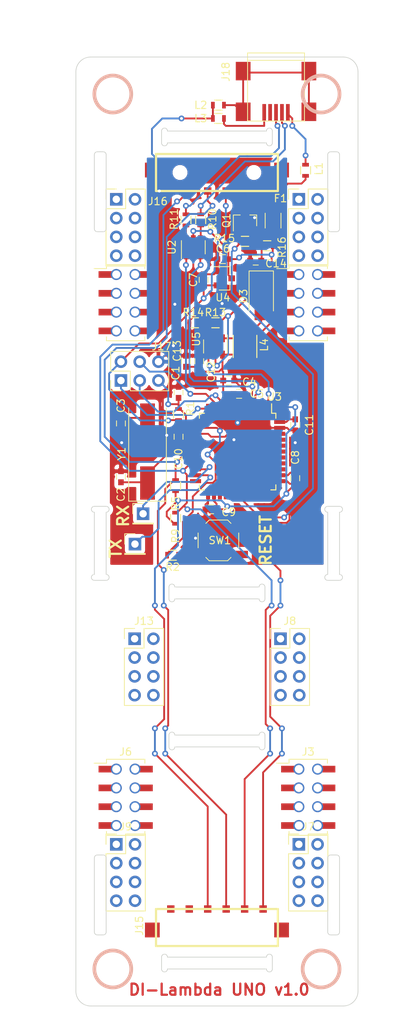
<source format=kicad_pcb>
(kicad_pcb (version 20170123) (host pcbnew "(2017-09-07 revision 3b08636)-master")
  (layers (0 F.Cu signal) (31 B.Cu signal) (34 B.Paste user) (35 F.Paste user) (36 B.SilkS user) (37 F.SilkS user) (38 B.Mask user) (39 F.Mask user) (44 Edge.Cuts user))
  (net 0 "")
  (net 1 "Net-(J1-Pad8)")
  (net 2 "Net-(J1-Pad7)")
  (net 3 "Net-(J1-Pad6)")
  (net 4 "Net-(J1-Pad5)")
  (net 5 "Net-(J1-Pad4)")
  (net 6 "Net-(J1-Pad3)")
  (net 7 "Net-(J1-Pad2)")
  (net 8 "Net-(J1-Pad1)")
  (net 9 "Net-(J5-Pad1)")
  (net 10 "Net-(J5-Pad2)")
  (net 11 "Net-(J5-Pad3)")
  (net 12 "Net-(J5-Pad4)")
  (net 13 "Net-(J5-Pad5)")
  (net 14 "Net-(J5-Pad6)")
  (net 15 "Net-(J5-Pad7)")
  (net 16 "Net-(J5-Pad8)")
  (net 17 "Net-(J7-Pad8)")
  (net 18 "Net-(J7-Pad7)")
  (net 19 "Net-(J7-Pad6)")
  (net 20 "Net-(J7-Pad5)")
  (net 21 "Net-(J7-Pad4)")
  (net 22 "Net-(J7-Pad3)")
  (net 23 "Net-(J7-Pad2)")
  (net 24 "Net-(J7-Pad1)")
  (net 25 "Net-(J8-Pad1)")
  (net 26 "Net-(J8-Pad2)")
  (net 27 "Net-(J8-Pad3)")
  (net 28 "Net-(J8-Pad4)")
  (net 29 "Net-(J8-Pad5)")
  (net 30 "Net-(J8-Pad6)")
  (net 31 "Net-(J8-Pad7)")
  (net 32 "Net-(J8-Pad8)")
  (net 33 "Net-(J9-Pad8)")
  (net 34 "Net-(J9-Pad7)")
  (net 35 "Net-(J9-Pad6)")
  (net 36 "Net-(J9-Pad5)")
  (net 37 "Net-(J9-Pad4)")
  (net 38 "Net-(J9-Pad3)")
  (net 39 "Net-(J9-Pad2)")
  (net 40 "Net-(J9-Pad1)")
  (net 41 "Net-(J13-Pad8)")
  (net 42 "Net-(J13-Pad7)")
  (net 43 "Net-(J13-Pad6)")
  (net 44 "Net-(J13-Pad5)")
  (net 45 "Net-(J13-Pad4)")
  (net 46 "Net-(J13-Pad3)")
  (net 47 "Net-(J13-Pad2)")
  (net 48 "Net-(J13-Pad1)")
  (net 49 "Net-(J3-Pad8)")
  (net 50 "Net-(J3-Pad7)")
  (net 51 "Net-(J3-Pad6)")
  (net 52 "Net-(J3-Pad5)")
  (net 53 "Net-(J3-Pad4)")
  (net 54 "Net-(J3-Pad3)")
  (net 55 "Net-(J3-Pad2)")
  (net 56 "Net-(J3-Pad1)")
  (net 57 "Net-(J6-Pad2)")
  (net 58 "Net-(J6-Pad4)")
  (net 59 "Net-(J6-Pad6)")
  (net 60 "Net-(J6-Pad8)")
  (net 61 "Net-(J6-Pad7)")
  (net 62 "Net-(J6-Pad5)")
  (net 63 "Net-(J6-Pad3)")
  (net 64 "Net-(J6-Pad1)")
  (net 65 "Net-(J10-Pad8)")
  (net 66 "Net-(J10-Pad7)")
  (net 67 "Net-(J10-Pad6)")
  (net 68 "Net-(J10-Pad5)")
  (net 69 "Net-(J10-Pad4)")
  (net 70 "Net-(J10-Pad3)")
  (net 71 "Net-(J10-Pad2)")
  (net 72 "Net-(J10-Pad1)")
  (net 73 "Net-(J11-Pad2)")
  (net 74 "Net-(J11-Pad4)")
  (net 75 "Net-(J11-Pad6)")
  (net 76 "Net-(J11-Pad8)")
  (net 77 "Net-(J11-Pad7)")
  (net 78 "Net-(J11-Pad5)")
  (net 79 "Net-(J11-Pad3)")
  (net 80 "Net-(J11-Pad1)")
  (net 81 "Net-(J15-Pad5)")
  (net 82 "Net-(J15-Pad6)")
  (net 83 /VBUS)
  (net 84 "Net-(R11-Pad1)")
  (net 85 "Net-(R10-Pad1)")
  (net 86 GND)
  (net 87 /SW)
  (net 88 "Net-(R13-Pad2)")
  (net 89 /BOOST_CTRL)
  (net 90 /VLED)
  (net 91 /GLED)
  (net 92 /LED_PWM)
  (net 93 /VCC)
  (net 94 /SCK)
  (net 95 /MOSI)
  (net 96 /SDA)
  (net 97 "Net-(J18-Pad3)")
  (net 98 "Net-(J18-Pad2)")
  (net 99 /MISO)
  (net 100 "Net-(F1-Pad2)")
  (net 101 "Net-(J18-Pad1)")
  (net 102 "Net-(J18-Pad6)")
  (net 103 "Net-(J18-Pad5)")
  (net 104 /SCL)
  (net 105 /RST)
  (net 106 "Net-(R2-Pad2)")
  (net 107 "Net-(U3-Pad42)")
  (net 108 "Net-(U3-Pad40)")
  (net 109 "Net-(U3-Pad39)")
  (net 110 "Net-(U3-Pad38)")
  (net 111 "Net-(U3-Pad37)")
  (net 112 "Net-(U3-Pad36)")
  (net 113 "Net-(U3-Pad33)")
  (net 114 "Net-(U3-Pad32)")
  (net 115 "Net-(U3-Pad31)")
  (net 116 "Net-(U3-Pad30)")
  (net 117 "Net-(U3-Pad28)")
  (net 118 "Net-(U3-Pad27)")
  (net 119 "Net-(U3-Pad26)")
  (net 120 "Net-(U3-Pad25)")
  (net 121 "Net-(U3-Pad22)")
  (net 122 /TX)
  (net 123 /RX)
  (net 124 "Net-(C2-Pad1)")
  (net 125 "Net-(C3-Pad1)")
  (net 126 "Net-(U3-Pad12)")
  (net 127 "Net-(U3-Pad2)")
  (net 128 "Net-(J18-Pad4)")
  (net 129 "Net-(U3-Pad41)")
  (net 130 "Net-(U3-Pad8)")
  (module Female_socket_pitch254_smt_through-board:Pin_Header_Straight_2x04_Pitch2.54mm_SMD (layer F.Cu) (at 137.995 69.16)
    (fp_text reference J10 hide)
    (fp_text value CONN_02X04)
    (pad "" np_thru_hole circle (at 0 2.54) (size 1.8 1.8) (drill 1.8) (layers *.Cu *.Mask))
    (pad "" np_thru_hole circle (at 0 -2.54) (size 1.8 1.8) (drill 1.8) (layers *.Cu *.Mask))
    (pad 2 thru_hole circle (at 1.27 -3.81) (size 1.5 1.5) (drill 1.1) (layers *.Cu *.Mask) (net 71 "Net-(J10-Pad2)"))
    (pad 4 thru_hole circle (at 1.27 -1.27) (size 1.5 1.5) (drill 1.1) (layers *.Cu *.Mask) (net 69 "Net-(J10-Pad4)"))
    (pad 6 thru_hole circle (at 1.27 1.27) (size 1.5 1.5) (drill 1.1) (layers *.Cu *.Mask) (net 67 "Net-(J10-Pad6)"))
    (pad 8 thru_hole circle (at 1.27 3.81) (size 1.5 1.5) (drill 1.1) (layers *.Cu *.Mask) (net 65 "Net-(J10-Pad8)"))
    (pad 7 thru_hole circle (at -1.27 3.81) (size 1.5 1.5) (drill 1.1) (layers *.Cu *.Mask) (net 66 "Net-(J10-Pad7)"))
    (pad 5 thru_hole circle (at -1.27 1.27) (size 1.5 1.5) (drill 1.1) (layers *.Cu *.Mask) (net 68 "Net-(J10-Pad5)"))
    (pad 3 thru_hole circle (at -1.27 -1.27) (size 1.5 1.5) (drill 1.1) (layers *.Cu *.Mask) (net 70 "Net-(J10-Pad3)"))
    (pad 1 thru_hole circle (at -1.27 -3.81) (size 1.5 1.5) (drill 1.1) (layers *.Cu *.Mask) (net 72 "Net-(J10-Pad1)"))
    (pad 1 smd rect (at -2.77 -3.81) (size 1.8 0.9) (layers F.Cu F.Mask) (net 72 "Net-(J10-Pad1)"))
    (pad 2 smd rect (at 2.77 -3.81) (size 1.8 0.9) (layers F.Cu F.Mask) (net 71 "Net-(J10-Pad2)"))
    (pad 3 smd rect (at -2.77 -1.27) (size 1.8 0.9) (layers F.Cu F.Mask) (net 70 "Net-(J10-Pad3)"))
    (pad 4 smd rect (at 2.77 -1.27) (size 1.8 0.9) (layers F.Cu F.Mask) (net 69 "Net-(J10-Pad4)"))
    (pad 5 smd rect (at -2.77 1.27) (size 1.8 0.9) (layers F.Cu F.Mask) (net 68 "Net-(J10-Pad5)"))
    (pad 6 smd rect (at 2.77 1.27) (size 1.8 0.9) (layers F.Cu F.Mask) (net 67 "Net-(J10-Pad6)"))
    (pad 7 smd rect (at -2.77 3.81) (size 1.8 0.9) (layers F.Cu F.Mask) (net 66 "Net-(J10-Pad7)"))
    (pad 8 smd rect (at 2.77 3.81) (size 1.8 0.9) (layers F.Cu F.Mask) (net 65 "Net-(J10-Pad8)"))
  )
  (module Female_socket_pitch254_smt_through-board:Pin_Header_Straight_2x04_Pitch2.54mm_SMD (layer F.Cu) (at 162.715 135.98)
    (fp_text reference J3 (at 0 -6.14) (layer F.SilkS))
    (fp_text value CONN_02X04)
    (pad "" np_thru_hole circle (at 0 2.54) (size 1.8 1.8) (drill 1.8) (layers *.Cu *.Mask))
    (pad "" np_thru_hole circle (at 0 -2.54) (size 1.8 1.8) (drill 1.8) (layers *.Cu *.Mask))
    (pad 2 thru_hole circle (at 1.27 -3.81) (size 1.5 1.5) (drill 1.1) (layers *.Cu *.Mask) (net 55 "Net-(J3-Pad2)"))
    (pad 4 thru_hole circle (at 1.27 -1.27) (size 1.5 1.5) (drill 1.1) (layers *.Cu *.Mask) (net 53 "Net-(J3-Pad4)"))
    (pad 6 thru_hole circle (at 1.27 1.27) (size 1.5 1.5) (drill 1.1) (layers *.Cu *.Mask) (net 51 "Net-(J3-Pad6)"))
    (pad 8 thru_hole circle (at 1.27 3.81) (size 1.5 1.5) (drill 1.1) (layers *.Cu *.Mask) (net 49 "Net-(J3-Pad8)"))
    (pad 7 thru_hole circle (at -1.27 3.81) (size 1.5 1.5) (drill 1.1) (layers *.Cu *.Mask) (net 50 "Net-(J3-Pad7)"))
    (pad 5 thru_hole circle (at -1.27 1.27) (size 1.5 1.5) (drill 1.1) (layers *.Cu *.Mask) (net 52 "Net-(J3-Pad5)"))
    (pad 3 thru_hole circle (at -1.27 -1.27) (size 1.5 1.5) (drill 1.1) (layers *.Cu *.Mask) (net 54 "Net-(J3-Pad3)"))
    (pad 1 thru_hole circle (at -1.27 -3.81) (size 1.5 1.5) (drill 1.1) (layers *.Cu *.Mask) (net 56 "Net-(J3-Pad1)"))
    (pad 1 smd rect (at -2.77 -3.81) (size 1.8 0.9) (layers F.Cu F.Mask) (net 56 "Net-(J3-Pad1)"))
    (pad 2 smd rect (at 2.77 -3.81) (size 1.8 0.9) (layers F.Cu F.Mask) (net 55 "Net-(J3-Pad2)"))
    (pad 3 smd rect (at -2.77 -1.27) (size 1.8 0.9) (layers F.Cu F.Mask) (net 54 "Net-(J3-Pad3)"))
    (pad 4 smd rect (at 2.77 -1.27) (size 1.8 0.9) (layers F.Cu F.Mask) (net 53 "Net-(J3-Pad4)"))
    (pad 5 smd rect (at -2.77 1.27) (size 1.8 0.9) (layers F.Cu F.Mask) (net 52 "Net-(J3-Pad5)"))
    (pad 6 smd rect (at 2.77 1.27) (size 1.8 0.9) (layers F.Cu F.Mask) (net 51 "Net-(J3-Pad6)"))
    (pad 7 smd rect (at -2.77 3.81) (size 1.8 0.9) (layers F.Cu F.Mask) (net 50 "Net-(J3-Pad7)"))
    (pad 8 smd rect (at 2.77 3.81) (size 1.8 0.9) (layers F.Cu F.Mask) (net 49 "Net-(J3-Pad8)"))
  )
  (module Female_socket_pitch254_smt_through-board:Pin_Header_Straight_2x04_Pitch2.54mm_SMD (layer F.Cu) (at 162.715 69.16)
    (fp_text reference J11 hide)
    (fp_text value CONN_02X04)
    (pad "" np_thru_hole circle (at 0 2.54) (size 1.8 1.8) (drill 1.8) (layers *.Cu *.Mask))
    (pad "" np_thru_hole circle (at 0 -2.54) (size 1.8 1.8) (drill 1.8) (layers *.Cu *.Mask))
    (pad 2 thru_hole circle (at 1.27 -3.81) (size 1.5 1.5) (drill 1.1) (layers *.Cu *.Mask) (net 73 "Net-(J11-Pad2)"))
    (pad 4 thru_hole circle (at 1.27 -1.27) (size 1.5 1.5) (drill 1.1) (layers *.Cu *.Mask) (net 74 "Net-(J11-Pad4)"))
    (pad 6 thru_hole circle (at 1.27 1.27) (size 1.5 1.5) (drill 1.1) (layers *.Cu *.Mask) (net 75 "Net-(J11-Pad6)"))
    (pad 8 thru_hole circle (at 1.27 3.81) (size 1.5 1.5) (drill 1.1) (layers *.Cu *.Mask) (net 76 "Net-(J11-Pad8)"))
    (pad 7 thru_hole circle (at -1.27 3.81) (size 1.5 1.5) (drill 1.1) (layers *.Cu *.Mask) (net 77 "Net-(J11-Pad7)"))
    (pad 5 thru_hole circle (at -1.27 1.27) (size 1.5 1.5) (drill 1.1) (layers *.Cu *.Mask) (net 78 "Net-(J11-Pad5)"))
    (pad 3 thru_hole circle (at -1.27 -1.27) (size 1.5 1.5) (drill 1.1) (layers *.Cu *.Mask) (net 79 "Net-(J11-Pad3)"))
    (pad 1 thru_hole circle (at -1.27 -3.81) (size 1.5 1.5) (drill 1.1) (layers *.Cu *.Mask) (net 80 "Net-(J11-Pad1)"))
    (pad 1 smd rect (at -2.77 -3.81) (size 1.8 0.9) (layers F.Cu F.Mask) (net 80 "Net-(J11-Pad1)"))
    (pad 2 smd rect (at 2.77 -3.81) (size 1.8 0.9) (layers F.Cu F.Mask) (net 73 "Net-(J11-Pad2)"))
    (pad 3 smd rect (at -2.77 -1.27) (size 1.8 0.9) (layers F.Cu F.Mask) (net 79 "Net-(J11-Pad3)"))
    (pad 4 smd rect (at 2.77 -1.27) (size 1.8 0.9) (layers F.Cu F.Mask) (net 74 "Net-(J11-Pad4)"))
    (pad 5 smd rect (at -2.77 1.27) (size 1.8 0.9) (layers F.Cu F.Mask) (net 78 "Net-(J11-Pad5)"))
    (pad 6 smd rect (at 2.77 1.27) (size 1.8 0.9) (layers F.Cu F.Mask) (net 75 "Net-(J11-Pad6)"))
    (pad 7 smd rect (at -2.77 3.81) (size 1.8 0.9) (layers F.Cu F.Mask) (net 77 "Net-(J11-Pad7)"))
    (pad 8 smd rect (at 2.77 3.81) (size 1.8 0.9) (layers F.Cu F.Mask) (net 76 "Net-(J11-Pad8)"))
  )
  (module Female_socket_pitch254_smt_through-board:Pin_Header_Straight_2x04_Pitch2.54mm_SMD (layer F.Cu) (at 137.995 135.98)
    (fp_text reference J6 (at 0 -6.14) (layer F.SilkS))
    (fp_text value CONN_02X04)
    (pad "" np_thru_hole circle (at 0 2.54) (size 1.8 1.8) (drill 1.8) (layers *.Cu *.Mask))
    (pad "" np_thru_hole circle (at 0 -2.54) (size 1.8 1.8) (drill 1.8) (layers *.Cu *.Mask))
    (pad 2 thru_hole circle (at 1.27 -3.81) (size 1.5 1.5) (drill 1.1) (layers *.Cu *.Mask) (net 57 "Net-(J6-Pad2)"))
    (pad 4 thru_hole circle (at 1.27 -1.27) (size 1.5 1.5) (drill 1.1) (layers *.Cu *.Mask) (net 58 "Net-(J6-Pad4)"))
    (pad 6 thru_hole circle (at 1.27 1.27) (size 1.5 1.5) (drill 1.1) (layers *.Cu *.Mask) (net 59 "Net-(J6-Pad6)"))
    (pad 8 thru_hole circle (at 1.27 3.81) (size 1.5 1.5) (drill 1.1) (layers *.Cu *.Mask) (net 60 "Net-(J6-Pad8)"))
    (pad 7 thru_hole circle (at -1.27 3.81) (size 1.5 1.5) (drill 1.1) (layers *.Cu *.Mask) (net 61 "Net-(J6-Pad7)"))
    (pad 5 thru_hole circle (at -1.27 1.27) (size 1.5 1.5) (drill 1.1) (layers *.Cu *.Mask) (net 62 "Net-(J6-Pad5)"))
    (pad 3 thru_hole circle (at -1.27 -1.27) (size 1.5 1.5) (drill 1.1) (layers *.Cu *.Mask) (net 63 "Net-(J6-Pad3)"))
    (pad 1 thru_hole circle (at -1.27 -3.81) (size 1.5 1.5) (drill 1.1) (layers *.Cu *.Mask) (net 64 "Net-(J6-Pad1)"))
    (pad 1 smd rect (at -2.77 -3.81) (size 1.8 0.9) (layers F.Cu F.Mask) (net 64 "Net-(J6-Pad1)"))
    (pad 2 smd rect (at 2.77 -3.81) (size 1.8 0.9) (layers F.Cu F.Mask) (net 57 "Net-(J6-Pad2)"))
    (pad 3 smd rect (at -2.77 -1.27) (size 1.8 0.9) (layers F.Cu F.Mask) (net 63 "Net-(J6-Pad3)"))
    (pad 4 smd rect (at 2.77 -1.27) (size 1.8 0.9) (layers F.Cu F.Mask) (net 58 "Net-(J6-Pad4)"))
    (pad 5 smd rect (at -2.77 1.27) (size 1.8 0.9) (layers F.Cu F.Mask) (net 62 "Net-(J6-Pad5)"))
    (pad 6 smd rect (at 2.77 1.27) (size 1.8 0.9) (layers F.Cu F.Mask) (net 59 "Net-(J6-Pad6)"))
    (pad 7 smd rect (at -2.77 3.81) (size 1.8 0.9) (layers F.Cu F.Mask) (net 61 "Net-(J6-Pad7)"))
    (pad 8 smd rect (at 2.77 3.81) (size 1.8 0.9) (layers F.Cu F.Mask) (net 60 "Net-(J6-Pad8)"))
  )
  (module Pin_Headers:Pin_Header_Straight_2x04_Pitch2.54mm (layer F.Cu) (at 139.21 114.56)
    (fp_text reference J13 (at 1.27 -2.39) (layer F.SilkS))
    (fp_text value CONN_02X04)
    (pad 1 thru_hole rect (at 0 0) (size 1.7 1.7) (drill 1) (layers *.Cu *.Mask) (net 48 "Net-(J13-Pad1)"))
    (pad 2 thru_hole oval (at 2.54 0) (size 1.7 1.7) (drill 1) (layers *.Cu *.Mask) (net 47 "Net-(J13-Pad2)"))
    (pad 3 thru_hole oval (at 0 2.54) (size 1.7 1.7) (drill 1) (layers *.Cu *.Mask) (net 46 "Net-(J13-Pad3)"))
    (pad 4 thru_hole oval (at 2.54 2.54) (size 1.7 1.7) (drill 1) (layers *.Cu *.Mask) (net 45 "Net-(J13-Pad4)"))
    (pad 5 thru_hole oval (at 0 5.08) (size 1.7 1.7) (drill 1) (layers *.Cu *.Mask) (net 44 "Net-(J13-Pad5)"))
    (pad 6 thru_hole oval (at 2.54 5.08) (size 1.7 1.7) (drill 1) (layers *.Cu *.Mask) (net 43 "Net-(J13-Pad6)"))
    (pad 7 thru_hole oval (at 0 7.62) (size 1.7 1.7) (drill 1) (layers *.Cu *.Mask) (net 42 "Net-(J13-Pad7)"))
    (pad 8 thru_hole oval (at 2.54 7.62) (size 1.7 1.7) (drill 1) (layers *.Cu *.Mask) (net 41 "Net-(J13-Pad8)"))
  )
  (module Pin_Headers:Pin_Header_Straight_2x04_Pitch2.54mm (layer F.Cu) (at 136.725 142.33)
    (fp_text reference J9 (at 1.27 -2.39) (layer F.SilkS))
    (fp_text value CONN_02X04)
    (pad 1 thru_hole rect (at 0 0) (size 1.7 1.7) (drill 1) (layers *.Cu *.Mask) (net 40 "Net-(J9-Pad1)"))
    (pad 2 thru_hole oval (at 2.54 0) (size 1.7 1.7) (drill 1) (layers *.Cu *.Mask) (net 39 "Net-(J9-Pad2)"))
    (pad 3 thru_hole oval (at 0 2.54) (size 1.7 1.7) (drill 1) (layers *.Cu *.Mask) (net 38 "Net-(J9-Pad3)"))
    (pad 4 thru_hole oval (at 2.54 2.54) (size 1.7 1.7) (drill 1) (layers *.Cu *.Mask) (net 37 "Net-(J9-Pad4)"))
    (pad 5 thru_hole oval (at 0 5.08) (size 1.7 1.7) (drill 1) (layers *.Cu *.Mask) (net 36 "Net-(J9-Pad5)"))
    (pad 6 thru_hole oval (at 2.54 5.08) (size 1.7 1.7) (drill 1) (layers *.Cu *.Mask) (net 35 "Net-(J9-Pad6)"))
    (pad 7 thru_hole oval (at 0 7.62) (size 1.7 1.7) (drill 1) (layers *.Cu *.Mask) (net 34 "Net-(J9-Pad7)"))
    (pad 8 thru_hole oval (at 2.54 7.62) (size 1.7 1.7) (drill 1) (layers *.Cu *.Mask) (net 33 "Net-(J9-Pad8)"))
  )
  (module Pin_Headers:Pin_Header_Straight_2x04_Pitch2.54mm (layer F.Cu) (at 158.96 114.56)
    (fp_text reference J8 (at 1.27 -2.39) (layer F.SilkS))
    (fp_text value CONN_02X04)
    (pad 1 thru_hole rect (at 0 0) (size 1.7 1.7) (drill 1) (layers *.Cu *.Mask) (net 25 "Net-(J8-Pad1)"))
    (pad 2 thru_hole oval (at 2.54 0) (size 1.7 1.7) (drill 1) (layers *.Cu *.Mask) (net 26 "Net-(J8-Pad2)"))
    (pad 3 thru_hole oval (at 0 2.54) (size 1.7 1.7) (drill 1) (layers *.Cu *.Mask) (net 27 "Net-(J8-Pad3)"))
    (pad 4 thru_hole oval (at 2.54 2.54) (size 1.7 1.7) (drill 1) (layers *.Cu *.Mask) (net 28 "Net-(J8-Pad4)"))
    (pad 5 thru_hole oval (at 0 5.08) (size 1.7 1.7) (drill 1) (layers *.Cu *.Mask) (net 29 "Net-(J8-Pad5)"))
    (pad 6 thru_hole oval (at 2.54 5.08) (size 1.7 1.7) (drill 1) (layers *.Cu *.Mask) (net 30 "Net-(J8-Pad6)"))
    (pad 7 thru_hole oval (at 0 7.62) (size 1.7 1.7) (drill 1) (layers *.Cu *.Mask) (net 31 "Net-(J8-Pad7)"))
    (pad 8 thru_hole oval (at 2.54 7.62) (size 1.7 1.7) (drill 1) (layers *.Cu *.Mask) (net 32 "Net-(J8-Pad8)"))
  )
  (module Pin_Headers:Pin_Header_Straight_2x04_Pitch2.54mm (layer F.Cu) (at 161.445 142.33)
    (fp_text reference J7 (at 1.27 -2.39) (layer F.SilkS))
    (fp_text value CONN_02X04)
    (pad 1 thru_hole rect (at 0 0) (size 1.7 1.7) (drill 1) (layers *.Cu *.Mask) (net 24 "Net-(J7-Pad1)"))
    (pad 2 thru_hole oval (at 2.54 0) (size 1.7 1.7) (drill 1) (layers *.Cu *.Mask) (net 23 "Net-(J7-Pad2)"))
    (pad 3 thru_hole oval (at 0 2.54) (size 1.7 1.7) (drill 1) (layers *.Cu *.Mask) (net 22 "Net-(J7-Pad3)"))
    (pad 4 thru_hole oval (at 2.54 2.54) (size 1.7 1.7) (drill 1) (layers *.Cu *.Mask) (net 21 "Net-(J7-Pad4)"))
    (pad 5 thru_hole oval (at 0 5.08) (size 1.7 1.7) (drill 1) (layers *.Cu *.Mask) (net 20 "Net-(J7-Pad5)"))
    (pad 6 thru_hole oval (at 2.54 5.08) (size 1.7 1.7) (drill 1) (layers *.Cu *.Mask) (net 19 "Net-(J7-Pad6)"))
    (pad 7 thru_hole oval (at 0 7.62) (size 1.7 1.7) (drill 1) (layers *.Cu *.Mask) (net 18 "Net-(J7-Pad7)"))
    (pad 8 thru_hole oval (at 2.54 7.62) (size 1.7 1.7) (drill 1) (layers *.Cu *.Mask) (net 17 "Net-(J7-Pad8)"))
  )
  (module Pin_Headers:Pin_Header_Straight_2x04_Pitch2.54mm (layer F.Cu) (at 161.445 55.19)
    (fp_text reference J5 hide)
    (fp_text value CONN_02X04)
    (pad 1 thru_hole rect (at 0 0) (size 1.7 1.7) (drill 1) (layers *.Cu *.Mask) (net 9 "Net-(J5-Pad1)"))
    (pad 2 thru_hole oval (at 2.54 0) (size 1.7 1.7) (drill 1) (layers *.Cu *.Mask) (net 10 "Net-(J5-Pad2)"))
    (pad 3 thru_hole oval (at 0 2.54) (size 1.7 1.7) (drill 1) (layers *.Cu *.Mask) (net 11 "Net-(J5-Pad3)"))
    (pad 4 thru_hole oval (at 2.54 2.54) (size 1.7 1.7) (drill 1) (layers *.Cu *.Mask) (net 12 "Net-(J5-Pad4)"))
    (pad 5 thru_hole oval (at 0 5.08) (size 1.7 1.7) (drill 1) (layers *.Cu *.Mask) (net 13 "Net-(J5-Pad5)"))
    (pad 6 thru_hole oval (at 2.54 5.08) (size 1.7 1.7) (drill 1) (layers *.Cu *.Mask) (net 14 "Net-(J5-Pad6)"))
    (pad 7 thru_hole oval (at 0 7.62) (size 1.7 1.7) (drill 1) (layers *.Cu *.Mask) (net 15 "Net-(J5-Pad7)"))
    (pad 8 thru_hole oval (at 2.54 7.62) (size 1.7 1.7) (drill 1) (layers *.Cu *.Mask) (net 16 "Net-(J5-Pad8)"))
  )
  (module Pin_Headers:Pin_Header_Straight_2x04_Pitch2.54mm (layer F.Cu) (at 136.725 55.19)
    (fp_text reference J1 hide)
    (fp_text value CONN_02X04)
    (pad 1 thru_hole rect (at 0 0) (size 1.7 1.7) (drill 1) (layers *.Cu *.Mask) (net 8 "Net-(J1-Pad1)"))
    (pad 2 thru_hole oval (at 2.54 0) (size 1.7 1.7) (drill 1) (layers *.Cu *.Mask) (net 7 "Net-(J1-Pad2)"))
    (pad 3 thru_hole oval (at 0 2.54) (size 1.7 1.7) (drill 1) (layers *.Cu *.Mask) (net 6 "Net-(J1-Pad3)"))
    (pad 4 thru_hole oval (at 2.54 2.54) (size 1.7 1.7) (drill 1) (layers *.Cu *.Mask) (net 5 "Net-(J1-Pad4)"))
    (pad 5 thru_hole oval (at 0 5.08) (size 1.7 1.7) (drill 1) (layers *.Cu *.Mask) (net 4 "Net-(J1-Pad5)"))
    (pad 6 thru_hole oval (at 2.54 5.08) (size 1.7 1.7) (drill 1) (layers *.Cu *.Mask) (net 3 "Net-(J1-Pad6)"))
    (pad 7 thru_hole oval (at 0 7.62) (size 1.7 1.7) (drill 1) (layers *.Cu *.Mask) (net 2 "Net-(J1-Pad7)"))
    (pad 8 thru_hole oval (at 2.54 7.62) (size 1.7 1.7) (drill 1) (layers *.Cu *.Mask) (net 1 "Net-(J1-Pad8)"))
  )
  (module Pin_Headers:Pin_Header_Straight_1x01_Pitch2.54mm (layer F.Cu) (at 140.355 97.67)
    (fp_text reference J2 hide)
    (fp_text value Conn_01X01)
    (pad 1 thru_hole rect (at 0 0) (size 1.7 1.7) (drill 1) (layers *.Cu *.Mask) (net 123 /RX))
  )
  (module Pin_Headers:Pin_Header_Straight_1x01_Pitch2.54mm (layer F.Cu) (at 139.255 101.77)
    (fp_text reference J4 hide)
    (fp_text value Conn_01X01)
    (pad 1 thru_hole rect (at 0 0) (size 1.7 1.7) (drill 1) (layers *.Cu *.Mask) (net 122 /TX))
  )
  (module Capacitors_SMD:C_0603 (layer F.Cu) (at 151.155 63.27)
    (fp_text reference C6 (at 0 -1.4) (layer F.SilkS))
    (fp_text value "4.7uF 25v")
    (pad 1 smd rect (at -0.75 0) (size 0.8 0.75) (layers F.Cu F.Paste F.Mask) (net 86 GND))
    (pad 2 smd rect (at 0.75 0) (size 0.8 0.75) (layers F.Cu F.Paste F.Mask) (net 83 /VBUS))
  )
  (module Crystals:Crystal_SMD_HC49-SD (layer F.Cu) (at 140.955 89.27 90)
    (fp_text reference Y1 (at -0.3 -3.5 90) (layer F.SilkS))
    (fp_text value 8Mhz)
    (pad 1 smd rect (at -4.25 0 90) (size 4.5 2) (layers F.Cu F.Mask) (net 124 "Net-(C2-Pad1)"))
    (pad 2 smd rect (at 4.25 0 90) (size 4.5 2) (layers F.Cu F.Mask) (net 125 "Net-(C3-Pad1)"))
  )
  (module Pin_Headers:Pin_Header_Straight_2x03_Pitch2.54mm (layer F.Cu) (at 137.355 79.67 90)
    (fp_text reference J17 (at 4.6 5.5 180) (layer F.SilkS))
    (fp_text value CONN_02X03)
    (pad 1 thru_hole rect (at 0 0 90) (size 1.7 1.7) (drill 1) (layers *.Cu *.Mask) (net 99 /MISO))
    (pad 2 thru_hole oval (at 2.54 0 90) (size 1.7 1.7) (drill 1) (layers *.Cu *.Mask) (net 93 /VCC))
    (pad 3 thru_hole oval (at 0 2.54 90) (size 1.7 1.7) (drill 1) (layers *.Cu *.Mask) (net 94 /SCK))
    (pad 4 thru_hole oval (at 2.54 2.54 90) (size 1.7 1.7) (drill 1) (layers *.Cu *.Mask) (net 95 /MOSI))
    (pad 5 thru_hole oval (at 0 5.08 90) (size 1.7 1.7) (drill 1) (layers *.Cu *.Mask) (net 105 /RST))
    (pad 6 thru_hole oval (at 2.54 5.08 90) (size 1.7 1.7) (drill 1) (layers *.Cu *.Mask) (net 86 GND))
  )
  (module Buttons_Switches_SMD:SW_SPST_TL3342 (layer F.Cu) (at 150.555 101.27)
    (fp_text reference SW1 (at 0.2 0) (layer F.SilkS))
    (fp_text value RESET)
    (pad 1 smd rect (at -3.15 -1.9) (size 1.7 1) (layers F.Cu F.Paste F.Mask) (net 86 GND))
    (pad 1 smd rect (at 3.15 -1.9) (size 1.7 1) (layers F.Cu F.Paste F.Mask) (net 86 GND))
    (pad 2 smd rect (at -3.15 1.9) (size 1.7 1) (layers F.Cu F.Paste F.Mask) (net 106 "Net-(R2-Pad2)"))
    (pad 2 smd rect (at 3.15 1.9) (size 1.7 1) (layers F.Cu F.Paste F.Mask) (net 106 "Net-(R2-Pad2)"))
  )
  (module Capacitors_SMD:C_0603 (layer F.Cu) (at 148.555 66.07 270)
    (fp_text reference C7 (at 0 1.4 270) (layer F.SilkS))
    (fp_text value "4.7uF 25v")
    (pad 1 smd rect (at -0.75 0 270) (size 0.8 0.75) (layers F.Cu F.Paste F.Mask) (net 86 GND))
    (pad 2 smd rect (at 0.75 0 270) (size 0.8 0.75) (layers F.Cu F.Paste F.Mask) (net 93 /VCC))
  )
  (module Capacitors_SMD:C_0603 (layer F.Cu) (at 145.155 81.27 270)
    (fp_text reference C1 (at -2.6 0.4 270) (layer F.SilkS))
    (fp_text value 0.1uF)
    (pad 1 smd rect (at -0.75 0 270) (size 0.8 0.75) (layers F.Cu F.Paste F.Mask) (net 86 GND))
    (pad 2 smd rect (at 0.75 0 270) (size 0.8 0.75) (layers F.Cu F.Paste F.Mask) (net 105 /RST))
  )
  (module Capacitors_SMD:C_0603 (layer F.Cu) (at 137.355 92.67 90)
    (fp_text reference C2 (at -2.4 0 90) (layer F.SilkS))
    (fp_text value "22pF 25V")
    (pad 1 smd rect (at -0.75 0 90) (size 0.8 0.75) (layers F.Cu F.Paste F.Mask) (net 124 "Net-(C2-Pad1)"))
    (pad 2 smd rect (at 0.75 0 90) (size 0.8 0.75) (layers F.Cu F.Paste F.Mask) (net 86 GND))
  )
  (module Capacitors_SMD:C_0603 (layer F.Cu) (at 137.355 85.47 270)
    (fp_text reference C3 (at -2.4 0 270) (layer F.SilkS))
    (fp_text value "22pF 25V")
    (pad 1 smd rect (at -0.75 0 270) (size 0.8 0.75) (layers F.Cu F.Paste F.Mask) (net 125 "Net-(C3-Pad1)"))
    (pad 2 smd rect (at 0.75 0 270) (size 0.8 0.75) (layers F.Cu F.Paste F.Mask) (net 86 GND))
  )
  (module Capacitors_SMD:C_0603 (layer F.Cu) (at 151.955 79.67)
    (fp_text reference C4 (at 2.8 0.2) (layer F.SilkS))
    (fp_text value "4.7uF 25V")
    (pad 1 smd rect (at -0.75 0) (size 0.8 0.75) (layers F.Cu F.Paste F.Mask) (net 83 /VBUS))
    (pad 2 smd rect (at 0.75 0) (size 0.8 0.75) (layers F.Cu F.Paste F.Mask) (net 86 GND))
  )
  (module Capacitors_SMD:C_0603 (layer F.Cu) (at 153.355 81.47)
    (fp_text reference C5 (at 2.399718 -0.001466) (layer F.SilkS))
    (fp_text value "1uF 25V")
    (pad 1 smd rect (at -0.75 0) (size 0.8 0.75) (layers F.Cu F.Paste F.Mask) (net 93 /VCC))
    (pad 2 smd rect (at 0.75 0) (size 0.8 0.75) (layers F.Cu F.Paste F.Mask) (net 86 GND))
  )
  (module Capacitors_SMD:C_0603 (layer F.Cu) (at 149.555 97.07 180)
    (fp_text reference C9 (at -2.4 -0.4 180) (layer F.SilkS))
    (fp_text value "0.1uF 25v")
    (pad 1 smd rect (at -0.75 0 180) (size 0.8 0.75) (layers F.Cu F.Paste F.Mask) (net 93 /VCC))
    (pad 2 smd rect (at 0.75 0 180) (size 0.8 0.75) (layers F.Cu F.Paste F.Mask) (net 86 GND))
  )
  (module Capacitors_SMD:C_0603 (layer F.Cu) (at 145.155 87.27 270)
    (fp_text reference C10 (at 3 0 270) (layer F.SilkS))
    (fp_text value "0.1uF 25v")
    (pad 1 smd rect (at -0.75 0 270) (size 0.8 0.75) (layers F.Cu F.Paste F.Mask) (net 93 /VCC))
    (pad 2 smd rect (at 0.75 0 270) (size 0.8 0.75) (layers F.Cu F.Paste F.Mask) (net 86 GND))
  )
  (module Capacitors_SMD:C_0603 (layer F.Cu) (at 160.955 85.67 270)
    (fp_text reference C11 (at 0 -1.9 270) (layer F.SilkS))
    (fp_text value "0.1uF 25v")
    (pad 1 smd rect (at -0.75 0 270) (size 0.8 0.75) (layers F.Cu F.Paste F.Mask) (net 93 /VCC))
    (pad 2 smd rect (at 0.75 0 270) (size 0.8 0.75) (layers F.Cu F.Paste F.Mask) (net 86 GND))
  )
  (module Capacitors_SMD:C_0603 (layer F.Cu) (at 147.955 77.07 270)
    (fp_text reference C12 (at 1.4 -1.6 270) (layer F.SilkS))
    (fp_text value "4.7uF 25v")
    (pad 1 smd rect (at -0.75 0 270) (size 0.8 0.75) (layers F.Cu F.Paste F.Mask) (net 86 GND))
    (pad 2 smd rect (at 0.75 0 270) (size 0.8 0.75) (layers F.Cu F.Paste F.Mask) (net 83 /VBUS))
  )
  (module Capacitors_SMD:C_0603 (layer F.Cu) (at 146.155 77.07 270)
    (fp_text reference C13 (at -1.4 1.2 270) (layer F.SilkS))
    (fp_text value "4.7uF 25v")
    (pad 1 smd rect (at -0.75 0 270) (size 0.8 0.75) (layers F.Cu F.Paste F.Mask) (net 86 GND))
    (pad 2 smd rect (at 0.75 0 270) (size 0.8 0.75) (layers F.Cu F.Paste F.Mask) (net 83 /VBUS))
  )
  (module Capacitors_SMD:C_0603 (layer F.Cu) (at 155.605 63.47 180)
    (fp_text reference C14 (at -2.75 -0.4 180) (layer F.SilkS))
    (fp_text value "4.7uF 25v")
    (pad 1 smd rect (at -0.75 0 180) (size 0.8 0.75) (layers F.Cu F.Paste F.Mask) (net 90 /VLED))
    (pad 2 smd rect (at 0.75 0 180) (size 0.8 0.75) (layers F.Cu F.Paste F.Mask) (net 86 GND))
  )
  (module Capacitors_SMD:C_0603 (layer F.Cu) (at 160.955 92.87 90)
    (fp_text reference C8 (at 2.800282 0.001466 90) (layer F.SilkS))
    (fp_text value "0.1uF 25v")
    (pad 1 smd rect (at -0.75 0 90) (size 0.8 0.75) (layers F.Cu F.Paste F.Mask) (net 93 /VCC))
    (pad 2 smd rect (at 0.75 0 90) (size 0.8 0.75) (layers F.Cu F.Paste F.Mask) (net 86 GND))
  )
  (module Connectors:USB_Mini-B (layer F.Cu) (at 158.355 40.67 270)
    (fp_text reference J18 (at -2.7 6.8 270) (layer F.SilkS))
    (fp_text value USB_OTG)
    (pad 1 smd rect (at 2.8 -1.6 270) (size 2.3 0.5) (layers F.Cu F.Paste F.Mask) (net 101 "Net-(J18-Pad1)"))
    (pad 2 smd rect (at 2.8 -0.8 270) (size 2.3 0.5) (layers F.Cu F.Paste F.Mask) (net 98 "Net-(J18-Pad2)"))
    (pad 3 smd rect (at 2.8 0 270) (size 2.3 0.5) (layers F.Cu F.Paste F.Mask) (net 97 "Net-(J18-Pad3)"))
    (pad 4 smd rect (at 2.8 0.8 270) (size 2.3 0.5) (layers F.Cu F.Paste F.Mask) (net 128 "Net-(J18-Pad4)"))
    (pad 5 smd rect (at 2.8 1.6 270) (size 2.3 0.5) (layers F.Cu F.Paste F.Mask) (net 103 "Net-(J18-Pad5)"))
    (pad 6 smd rect (at 2.7 -4.45 270) (size 2.5 2) (layers F.Cu F.Paste F.Mask) (net 102 "Net-(J18-Pad6)"))
    (pad 6 smd rect (at -2.8 -4.45 270) (size 2.5 2) (layers F.Cu F.Paste F.Mask) (net 102 "Net-(J18-Pad6)"))
    (pad 6 smd rect (at 2.7 4.45 270) (size 2.5 2) (layers F.Cu F.Paste F.Mask) (net 102 "Net-(J18-Pad6)"))
    (pad 6 smd rect (at -2.8 4.45 270) (size 2.5 2) (layers F.Cu F.Paste F.Mask) (net 102 "Net-(J18-Pad6)"))
    (pad "" np_thru_hole circle (at 0.2 -2.2 270) (size 0.9 0.9) (drill 0.9) (layers *.Cu *.Mask))
    (pad "" np_thru_hole circle (at 0.2 2.2 270) (size 0.9 0.9) (drill 0.9) (layers *.Cu *.Mask))
  )
  (module Diodes_SMD:D_SMA_Standard (layer F.Cu) (at 156.355 68.27 270)
    (fp_text reference D3 (at 0 2.4 270) (layer F.SilkS))
    (fp_text value SS14)
    (pad 1 smd rect (at -2 0 270) (size 2.5 1.8) (layers F.Cu F.Paste F.Mask) (net 90 /VLED))
    (pad 2 smd rect (at 2 0 270) (size 2.5 1.8) (layers F.Cu F.Paste F.Mask) (net 87 /SW))
  )
  (module Fuse_Holders_and_Fuses:Fuse_SMD1206_Reflow (layer F.Cu) (at 157.955 58.07 90)
    (fp_text reference F1 (at 3 1 180) (layer F.SilkS))
    (fp_text value 0.2A)
    (pad 1 smd rect (at -1.2 0 180) (size 2.03 1.14) (layers F.Cu F.Paste F.Mask) (net 83 /VBUS))
    (pad 2 smd rect (at 1.2 0 180) (size 2.03 1.14) (layers F.Cu F.Paste F.Mask) (net 100 "Net-(F1-Pad2)"))
  )
  (module Housings_QFP:TQFP-44_10x10mm_Pitch0.8mm (layer F.Cu) (at 153.155282 89.27 270)
    (fp_text reference U3 (at -7.4 -4.999718) (layer F.SilkS))
    (fp_text value ATMEGA32U4-MU)
    (pad 1 smd rect (at -5.7 -4 270) (size 1.5 0.55) (layers F.Cu F.Paste F.Mask) (net 89 /BOOST_CTRL))
    (pad 2 smd rect (at -5.7 -3.2 270) (size 1.5 0.55) (layers F.Cu F.Paste F.Mask) (net 127 "Net-(U3-Pad2)"))
    (pad 3 smd rect (at -5.7 -2.4 270) (size 1.5 0.55) (layers F.Cu F.Paste F.Mask) (net 85 "Net-(R10-Pad1)"))
    (pad 4 smd rect (at -5.7 -1.6 270) (size 1.5 0.55) (layers F.Cu F.Paste F.Mask) (net 84 "Net-(R11-Pad1)"))
    (pad 5 smd rect (at -5.7 -0.8 270) (size 1.5 0.55) (layers F.Cu F.Paste F.Mask) (net 86 GND))
    (pad 6 smd rect (at -5.7 0 270) (size 1.5 0.55) (layers F.Cu F.Paste F.Mask) (net 93 /VCC))
    (pad 7 smd rect (at -5.7 0.8 270) (size 1.5 0.55) (layers F.Cu F.Paste F.Mask) (net 83 /VBUS))
    (pad 8 smd rect (at -5.7 1.6 270) (size 1.5 0.55) (layers F.Cu F.Paste F.Mask) (net 130 "Net-(U3-Pad8)"))
    (pad 9 smd rect (at -5.7 2.4 270) (size 1.5 0.55) (layers F.Cu F.Paste F.Mask) (net 94 /SCK))
    (pad 10 smd rect (at -5.7 3.2 270) (size 1.5 0.55) (layers F.Cu F.Paste F.Mask) (net 95 /MOSI))
    (pad 11 smd rect (at -5.7 4 270) (size 1.5 0.55) (layers F.Cu F.Paste F.Mask) (net 99 /MISO))
    (pad 12 smd rect (at -4 5.7) (size 1.5 0.55) (layers F.Cu F.Paste F.Mask) (net 126 "Net-(U3-Pad12)"))
    (pad 13 smd rect (at -3.2 5.7) (size 1.5 0.55) (layers F.Cu F.Paste F.Mask) (net 105 /RST))
    (pad 14 smd rect (at -2.4 5.7) (size 1.5 0.55) (layers F.Cu F.Paste F.Mask) (net 93 /VCC))
    (pad 15 smd rect (at -1.6 5.7) (size 1.5 0.55) (layers F.Cu F.Paste F.Mask) (net 86 GND))
    (pad 16 smd rect (at -0.8 5.7) (size 1.5 0.55) (layers F.Cu F.Paste F.Mask) (net 125 "Net-(C3-Pad1)"))
    (pad 17 smd rect (at 0 5.7) (size 1.5 0.55) (layers F.Cu F.Paste F.Mask) (net 124 "Net-(C2-Pad1)"))
    (pad 18 smd rect (at 0.8 5.7) (size 1.5 0.55) (layers F.Cu F.Paste F.Mask) (net 104 /SCL))
    (pad 19 smd rect (at 1.6 5.7) (size 1.5 0.55) (layers F.Cu F.Paste F.Mask) (net 96 /SDA))
    (pad 20 smd rect (at 2.4 5.7) (size 1.5 0.55) (layers F.Cu F.Paste F.Mask) (net 123 /RX))
    (pad 21 smd rect (at 3.2 5.7) (size 1.5 0.55) (layers F.Cu F.Paste F.Mask) (net 122 /TX))
    (pad 22 smd rect (at 4 5.7) (size 1.5 0.55) (layers F.Cu F.Paste F.Mask) (net 121 "Net-(U3-Pad22)"))
    (pad 23 smd rect (at 5.7 4 270) (size 1.5 0.55) (layers F.Cu F.Paste F.Mask) (net 86 GND))
    (pad 24 smd rect (at 5.7 3.2 270) (size 1.5 0.55) (layers F.Cu F.Paste F.Mask) (net 93 /VCC))
    (pad 25 smd rect (at 5.7 2.4 270) (size 1.5 0.55) (layers F.Cu F.Paste F.Mask) (net 120 "Net-(U3-Pad25)"))
    (pad 26 smd rect (at 5.7 1.6 270) (size 1.5 0.55) (layers F.Cu F.Paste F.Mask) (net 119 "Net-(U3-Pad26)"))
    (pad 27 smd rect (at 5.7 0.8 270) (size 1.5 0.55) (layers F.Cu F.Paste F.Mask) (net 118 "Net-(U3-Pad27)"))
    (pad 28 smd rect (at 5.7 0 270) (size 1.5 0.55) (layers F.Cu F.Paste F.Mask) (net 117 "Net-(U3-Pad28)"))
    (pad 29 smd rect (at 5.7 -0.8 270) (size 1.5 0.55) (layers F.Cu F.Paste F.Mask) (net 92 /LED_PWM))
    (pad 30 smd rect (at 5.7 -1.6 270) (size 1.5 0.55) (layers F.Cu F.Paste F.Mask) (net 116 "Net-(U3-Pad30)"))
    (pad 31 smd rect (at 5.7 -2.4 270) (size 1.5 0.55) (layers F.Cu F.Paste F.Mask) (net 115 "Net-(U3-Pad31)"))
    (pad 32 smd rect (at 5.7 -3.2 270) (size 1.5 0.55) (layers F.Cu F.Paste F.Mask) (net 114 "Net-(U3-Pad32)"))
    (pad 33 smd rect (at 5.7 -4 270) (size 1.5 0.55) (layers F.Cu F.Paste F.Mask) (net 113 "Net-(U3-Pad33)"))
    (pad 34 smd rect (at 4 -5.7) (size 1.5 0.55) (layers F.Cu F.Paste F.Mask) (net 93 /VCC))
    (pad 35 smd rect (at 3.2 -5.7) (size 1.5 0.55) (layers F.Cu F.Paste F.Mask) (net 86 GND))
    (pad 36 smd rect (at 2.4 -5.7) (size 1.5 0.55) (layers F.Cu F.Paste F.Mask) (net 112 "Net-(U3-Pad36)"))
    (pad 37 smd rect (at 1.6 -5.7) (size 1.5 0.55) (layers F.Cu F.Paste F.Mask) (net 111 "Net-(U3-Pad37)"))
    (pad 38 smd rect (at 0.8 -5.7) (size 1.5 0.55) (layers F.Cu F.Paste F.Mask) (net 110 "Net-(U3-Pad38)"))
    (pad 39 smd rect (at 0 -5.7) (size 1.5 0.55) (layers F.Cu F.Paste F.Mask) (net 109 "Net-(U3-Pad39)"))
    (pad 40 smd rect (at -0.8 -5.7) (size 1.5 0.55) (layers F.Cu F.Paste F.Mask) (net 108 "Net-(U3-Pad40)"))
    (pad 41 smd rect (at -1.6 -5.7) (size 1.5 0.55) (layers F.Cu F.Paste F.Mask) (net 129 "Net-(U3-Pad41)"))
    (pad 42 smd rect (at -2.4 -5.7) (size 1.5 0.55) (layers F.Cu F.Paste F.Mask) (net 107 "Net-(U3-Pad42)"))
    (pad 43 smd rect (at -3.2 -5.7) (size 1.5 0.55) (layers F.Cu F.Paste F.Mask) (net 86 GND))
    (pad 44 smd rect (at -4 -5.7) (size 1.5 0.55) (layers F.Cu F.Paste F.Mask) (net 93 /VCC))
  )
  (module Inductors:Inductor_Taiyo-Yuden_NR-30xx (layer F.Cu) (at 154.155 75.07 270)
    (fp_text reference L4 (at -0.2 -2.6 90) (layer F.SilkS))
    (fp_text value 6.8uH)
    (pad 1 smd rect (at -1.1 0 270) (size 0.8 2.9) (layers F.Cu F.Paste F.Mask) (net 87 /SW))
    (pad 2 smd rect (at 1.1 0 270) (size 0.8 2.9) (layers F.Cu F.Paste F.Mask) (net 83 /VBUS))
  )
  (module Resistors_SMD:R_0603 (layer F.Cu) (at 144.355 103.27)
    (fp_text reference R2 (at 0 1.6) (layer F.SilkS))
    (fp_text value 330R)
    (pad 1 smd rect (at -0.75 0) (size 0.5 0.9) (layers F.Cu F.Paste F.Mask) (net 105 /RST))
    (pad 2 smd rect (at 0.75 0) (size 0.5 0.9) (layers F.Cu F.Paste F.Mask) (net 106 "Net-(R2-Pad2)"))
  )
  (module Resistors_SMD:R_0603 (layer F.Cu) (at 145.155 84.27 90)
    (fp_text reference R1 (at 0.8 1.6 90) (layer F.SilkS))
    (fp_text value 4.7k)
    (pad 1 smd rect (at -0.75 0 90) (size 0.5 0.9) (layers F.Cu F.Paste F.Mask) (net 93 /VCC))
    (pad 2 smd rect (at 0.75 0 90) (size 0.5 0.9) (layers F.Cu F.Paste F.Mask) (net 105 /RST))
  )
  (module Resistors_SMD:R_0603 (layer F.Cu) (at 144.755 93.87 90)
    (fp_text reference R5 (at -2.4 0 90) (layer F.SilkS))
    (fp_text value 4.7k)
    (pad 1 smd rect (at -0.75 0 90) (size 0.5 0.9) (layers F.Cu F.Paste F.Mask) (net 93 /VCC))
    (pad 2 smd rect (at 0.75 0 90) (size 0.5 0.9) (layers F.Cu F.Paste F.Mask) (net 104 /SCL))
  )
  (module Resistors_SMD:R_0603 (layer F.Cu) (at 150.555 44.27 180)
    (fp_text reference L3 (at 2.4 0 180) (layer F.SilkS))
    (fp_text value FB)
    (pad 1 smd rect (at -0.75 0 180) (size 0.5 0.9) (layers F.Cu F.Paste F.Mask) (net 103 "Net-(J18-Pad5)"))
    (pad 2 smd rect (at 0.75 0 180) (size 0.5 0.9) (layers F.Cu F.Paste F.Mask) (net 86 GND))
  )
  (module Resistors_SMD:R_0603 (layer F.Cu) (at 150.555 42.47 180)
    (fp_text reference L2 (at 2.4 0 180) (layer F.SilkS))
    (fp_text value FB)
    (pad 1 smd rect (at -0.75 0 180) (size 0.5 0.9) (layers F.Cu F.Paste F.Mask) (net 102 "Net-(J18-Pad6)"))
    (pad 2 smd rect (at 0.75 0 180) (size 0.5 0.9) (layers F.Cu F.Paste F.Mask) (net 86 GND))
  )
  (module Resistors_SMD:R_0603 (layer F.Cu) (at 162.355 51.27 90)
    (fp_text reference L1 (at 0.2 1.8 90) (layer F.SilkS))
    (fp_text value FB)
    (pad 1 smd rect (at -0.75 0 90) (size 0.5 0.9) (layers F.Cu F.Paste F.Mask) (net 100 "Net-(F1-Pad2)"))
    (pad 2 smd rect (at 0.75 0 90) (size 0.5 0.9) (layers F.Cu F.Paste F.Mask) (net 101 "Net-(J18-Pad1)"))
  )
  (module Resistors_SMD:R_0603 (layer F.Cu) (at 157.155 61.47 180)
    (fp_text reference R16 (at -2 -0.2 270) (layer F.SilkS))
    (fp_text value DNP)
    (pad 1 smd rect (at -0.75 0 180) (size 0.5 0.9) (layers F.Cu F.Paste F.Mask) (net 83 /VBUS))
    (pad 2 smd rect (at 0.75 0 180) (size 0.5 0.9) (layers F.Cu F.Paste F.Mask) (net 90 /VLED))
  )
  (module Resistors_SMD:R_0603 (layer F.Cu) (at 154.155 60.87)
    (fp_text reference R15 (at -2.8 -0.4) (layer F.SilkS))
    (fp_text value 4.7k)
    (pad 1 smd rect (at -0.75 0) (size 0.5 0.9) (layers F.Cu F.Paste F.Mask) (net 92 /LED_PWM))
    (pad 2 smd rect (at 0.75 0) (size 0.5 0.9) (layers F.Cu F.Paste F.Mask) (net 86 GND))
  )
  (module Resistors_SMD:R_0603 (layer F.Cu) (at 150.155 71.87 180)
    (fp_text reference R13 (at 0 1.4 180) (layer F.SilkS))
    (fp_text value 59K)
    (pad 1 smd rect (at -0.75 0 180) (size 0.5 0.9) (layers F.Cu F.Paste F.Mask) (net 90 /VLED))
    (pad 2 smd rect (at 0.75 0 180) (size 0.5 0.9) (layers F.Cu F.Paste F.Mask) (net 88 "Net-(R13-Pad2)"))
  )
  (module Resistors_SMD:R_0603 (layer F.Cu) (at 146.155 57.97 90)
    (fp_text reference R11 (at 0.1 -1.6 90) (layer F.SilkS))
    (fp_text value 22R)
    (pad 1 smd rect (at -0.75 0 90) (size 0.5 0.9) (layers F.Cu F.Paste F.Mask) (net 84 "Net-(R11-Pad1)"))
    (pad 2 smd rect (at 0.75 0 90) (size 0.5 0.9) (layers F.Cu F.Paste F.Mask) (net 97 "Net-(J18-Pad3)"))
  )
  (module Resistors_SMD:R_0603 (layer F.Cu) (at 148.155 57.97 90)
    (fp_text reference R10 (at 0.1 1.6 90) (layer F.SilkS))
    (fp_text value 22R)
    (pad 1 smd rect (at -0.75 0 90) (size 0.5 0.9) (layers F.Cu F.Paste F.Mask) (net 85 "Net-(R10-Pad1)"))
    (pad 2 smd rect (at 0.75 0 90) (size 0.5 0.9) (layers F.Cu F.Paste F.Mask) (net 98 "Net-(J18-Pad2)"))
  )
  (module Resistors_SMD:R_0603 (layer F.Cu) (at 144.755 98.27 270)
    (fp_text reference R9 (at 2.4 0 270) (layer F.SilkS))
    (fp_text value 4.7k)
    (pad 1 smd rect (at -0.75 0 270) (size 0.5 0.9) (layers F.Cu F.Paste F.Mask) (net 96 /SDA))
    (pad 2 smd rect (at 0.75 0 270) (size 0.5 0.9) (layers F.Cu F.Paste F.Mask) (net 93 /VCC))
  )
  (module Resistors_SMD:R_0603 (layer F.Cu) (at 147.355 71.87 180)
    (fp_text reference R14 (at 0.2 1.4 180) (layer F.SilkS))
    (fp_text value 1K)
    (pad 1 smd rect (at -0.75 0 180) (size 0.5 0.9) (layers F.Cu F.Paste F.Mask) (net 88 "Net-(R13-Pad2)"))
    (pad 2 smd rect (at 0.75 0 180) (size 0.5 0.9) (layers F.Cu F.Paste F.Mask) (net 86 GND))
  )
  (module TO_SOT_Packages_SMD:SOT-23 (layer F.Cu) (at 154.155 58.07 90)
    (fp_text reference Q1 (at 0 -2.5 90) (layer F.SilkS))
    (fp_text value AO3400)
    (pad 1 smd rect (at -1 -0.95 90) (size 0.9 0.8) (layers F.Cu F.Paste F.Mask) (net 92 /LED_PWM))
    (pad 2 smd rect (at -1 0.95 90) (size 0.9 0.8) (layers F.Cu F.Paste F.Mask) (net 86 GND))
    (pad 3 smd rect (at 1 0 90) (size 0.9 0.8) (layers F.Cu F.Paste F.Mask) (net 91 /GLED))
  )
  (module TO_SOT_Packages_SMD:SOT-23 (layer F.Cu) (at 151.355 65.87)
    (fp_text reference U4 (at -0.2 2.6 180) (layer F.SilkS))
    (fp_text value "3.3v LDO")
    (pad 1 smd rect (at -1 -0.95) (size 0.9 0.8) (layers F.Cu F.Paste F.Mask) (net 86 GND))
    (pad 2 smd rect (at -1 0.95) (size 0.9 0.8) (layers F.Cu F.Paste F.Mask) (net 93 /VCC))
    (pad 3 smd rect (at 1 0) (size 0.9 0.8) (layers F.Cu F.Paste F.Mask) (net 83 /VBUS))
  )
  (module TO_SOT_Packages_SMD:SOT-23-6 (layer F.Cu) (at 150.155 75.07 270)
    (fp_text reference U5 (at -1 2.6 270) (layer F.SilkS))
    (fp_text value AP3032)
    (pad 1 smd rect (at -1.1 -0.95 270) (size 1.06 0.65) (layers F.Cu F.Paste F.Mask) (net 87 /SW))
    (pad 2 smd rect (at -1.1 0 270) (size 1.06 0.65) (layers F.Cu F.Paste F.Mask) (net 86 GND))
    (pad 3 smd rect (at -1.1 0.95 270) (size 1.06 0.65) (layers F.Cu F.Paste F.Mask) (net 88 "Net-(R13-Pad2)"))
    (pad 4 smd rect (at 1.1 0.95 270) (size 1.06 0.65) (layers F.Cu F.Paste F.Mask) (net 89 /BOOST_CTRL))
    (pad 6 smd rect (at 1.1 -0.95 270) (size 1.06 0.65) (layers F.Cu F.Paste F.Mask) (net 83 /VBUS))
    (pad 5 smd rect (at 1.1 0 270) (size 1.06 0.65) (layers F.Cu F.Paste F.Mask) (net 90 /VLED))
  )
  (module TO_SOT_Packages_SMD:SOT-23-6 (layer F.Cu) (at 147.155 61.67 90)
    (fp_text reference U2 (at 0 -2.9 90) (layer F.SilkS))
    (fp_text value USBLC6-2SC6)
    (pad 1 smd rect (at -1.1 -0.95 90) (size 1.06 0.65) (layers F.Cu F.Paste F.Mask) (net 84 "Net-(R11-Pad1)"))
    (pad 2 smd rect (at -1.1 0 90) (size 1.06 0.65) (layers F.Cu F.Paste F.Mask) (net 86 GND))
    (pad 3 smd rect (at -1.1 0.95 90) (size 1.06 0.65) (layers F.Cu F.Paste F.Mask) (net 85 "Net-(R10-Pad1)"))
    (pad 4 smd rect (at 1.1 0.95 90) (size 1.06 0.65) (layers F.Cu F.Paste F.Mask) (net 85 "Net-(R10-Pad1)"))
    (pad 6 smd rect (at 1.1 -0.95 90) (size 1.06 0.65) (layers F.Cu F.Paste F.Mask) (net 84 "Net-(R11-Pad1)"))
    (pad 5 smd rect (at 1.1 0 90) (size 1.06 0.65) (layers F.Cu F.Paste F.Mask) (net 83 /VBUS))
  )
  (module Spring-contact-connector-2:Spring-contact-connector-2.5x6 (layer F.Cu) (at 150.355 51.57 180)
    (fp_text reference J16 (at 8 -3.9) (layer F.SilkS))
    (fp_text value CONN_01X06)
    (pad "" np_thru_hole circle (at -5 0 180) (size 1 1) (drill 1) (layers *.Cu *.Mask))
    (pad "" np_thru_hole circle (at 5 0 180) (size 1 1) (drill 1) (layers *.Cu *.Mask))
    (pad 6 smd rect (at -6.25 -2.5 180) (size 1 1) (layers F.Cu F.Paste F.Mask) (net 90 /VLED))
    (pad 5 smd rect (at -3.75 -2.5 180) (size 1 1) (layers F.Cu F.Paste F.Mask) (net 91 /GLED))
    (pad 4 smd rect (at -1.25 -2.5 180) (size 1 1) (layers F.Cu F.Paste F.Mask) (net 93 /VCC))
    (pad 3 smd rect (at 1.25 -2.5 180) (size 1 1) (layers F.Cu F.Paste F.Mask) (net 104 /SCL))
    (pad 2 smd rect (at 3.75 -2.5 180) (size 1 1) (layers F.Cu F.Paste F.Mask) (net 96 /SDA))
    (pad 1 smd rect (at 6.25 -2.5 180) (size 1 1) (layers F.Cu F.Paste F.Mask) (net 86 GND))
    (pad ~ smd rect (at -8.75 0.333 180) (size 2 2) (layers F.Cu F.Paste F.Mask))
    (pad ~ smd rect (at 8.75 0.333 180) (size 2 2) (layers F.Cu F.Paste F.Mask))
  )
  (module Spring-contact-connector-2:Spring-contact-connector-2.5x6 (layer F.Cu) (at 150.355 153.57)
    (fp_text reference J15 (at -10.5 -0.25 90) (layer F.SilkS))
    (fp_text value CONN_01X06)
    (pad "" np_thru_hole circle (at -5 0) (size 1 1) (drill 1) (layers *.Cu *.Mask))
    (pad "" np_thru_hole circle (at 5 0) (size 1 1) (drill 1) (layers *.Cu *.Mask))
    (pad 6 smd rect (at -6.25 -2.5) (size 1 1) (layers F.Cu F.Paste F.Mask) (net 82 "Net-(J15-Pad6)"))
    (pad 5 smd rect (at -3.75 -2.5) (size 1 1) (layers F.Cu F.Paste F.Mask) (net 81 "Net-(J15-Pad5)"))
    (pad 4 smd rect (at -1.25 -2.5) (size 1 1) (layers F.Cu F.Paste F.Mask) (net 93 /VCC))
    (pad 3 smd rect (at 1.25 -2.5) (size 1 1) (layers F.Cu F.Paste F.Mask) (net 104 /SCL))
    (pad 2 smd rect (at 3.75 -2.5) (size 1 1) (layers F.Cu F.Paste F.Mask) (net 96 /SDA))
    (pad 1 smd rect (at 6.25 -2.5) (size 1 1) (layers F.Cu F.Paste F.Mask) (net 86 GND))
    (pad ~ smd rect (at -8.75 0.333) (size 2 2) (layers F.Cu F.Paste F.Mask))
    (pad ~ smd rect (at 8.75 0.333) (size 2 2) (layers F.Cu F.Paste F.Mask))
  )
  (gr_circle (center 136.255 159.17) (end 138.755 159.17) (layer B.SilkS) (width 0.5))
  (gr_circle (center 164.455 159.17) (end 166.955 159.17) (layer B.SilkS) (width 0.5))
  (gr_circle (center 164.455 40.97) (end 166.955 40.97) (layer B.SilkS) (width 0.5))
  (gr_circle (center 136.255 40.97) (end 138.755 40.97) (layer B.SilkS) (width 0.5))
  (gr_text "DI-Lambda UNO v1.0" (at 150.655 161.97) (layer F.Cu) (effects (font (size 1.5 1.5) (thickness 0.3))))
  (gr_text TX (at 136.655 102.37 90) (layer F.SilkS) (effects (font (size 1.5 1.5) (thickness 0.3))))
  (gr_text RX (at 137.655 97.97 90) (layer F.SilkS) (effects (font (size 1.5 1.5) (thickness 0.3))))
  (gr_text RESET (at 156.955 101.27 90) (layer F.SilkS) (effects (font (size 1.5 1.5) (thickness 0.3))))
  (gr_arc (start 133.255 162.17) (end 131.255 162.17) (angle -90) (layer Edge.Cuts) (width 0.1))
  (gr_arc (start 167.455 162.17) (end 167.455 164.17) (angle -90) (layer Edge.Cuts) (width 0.1))
  (gr_arc (start 167.455 37.97) (end 169.455 37.97) (angle -90) (layer Edge.Cuts) (width 0.1))
  (gr_arc (start 133.255 37.97) (end 133.255 35.97) (angle -90) (layer Edge.Cuts) (width 0.1))
  (gr_line (start 134.155 143.77) (end 134.955 143.77) (layer Edge.Cuts) (width 0.1))
  (gr_arc (start 134.155 144.17) (end 134.155 143.77) (angle -90) (layer Edge.Cuts) (width 0.1))
  (gr_arc (start 134.955 144.17) (end 135.355 144.17) (angle -90) (layer Edge.Cuts) (width 0.1))
  (gr_arc (start 134.955 154.17) (end 134.955 154.57) (angle -90) (layer Edge.Cuts) (width 0.1))
  (gr_line (start 134.955 154.57) (end 134.155 154.57) (layer Edge.Cuts) (width 0.1))
  (gr_arc (start 134.155 154.17) (end 133.755 154.17) (angle -90) (layer Edge.Cuts) (width 0.1))
  (gr_line (start 166.555 154.57) (end 165.755 154.57) (layer Edge.Cuts) (width 0.1))
  (gr_arc (start 166.555 154.17) (end 166.555 154.57) (angle -90) (layer Edge.Cuts) (width 0.1))
  (gr_arc (start 165.755 154.17) (end 165.355 154.17) (angle -90) (layer Edge.Cuts) (width 0.1))
  (gr_line (start 165.755 143.77) (end 166.555 143.77) (layer Edge.Cuts) (width 0.1))
  (gr_arc (start 165.755 144.17) (end 165.755 143.77) (angle -90) (layer Edge.Cuts) (width 0.1))
  (gr_arc (start 166.555 144.17) (end 166.955 144.17) (angle -90) (layer Edge.Cuts) (width 0.1))
  (gr_arc (start 166.555 49.17) (end 166.955 49.17) (angle -90) (layer Edge.Cuts) (width 0.1))
  (gr_line (start 165.755 48.77) (end 166.555 48.77) (layer Edge.Cuts) (width 0.1))
  (gr_arc (start 165.755 49.17) (end 165.755 48.77) (angle -90) (layer Edge.Cuts) (width 0.1))
  (gr_arc (start 165.755 59.17) (end 165.355 59.17) (angle -90) (layer Edge.Cuts) (width 0.1))
  (gr_arc (start 166.555 59.17) (end 166.555 59.57) (angle -90) (layer Edge.Cuts) (width 0.1))
  (gr_line (start 166.555 59.57) (end 165.755 59.57) (layer Edge.Cuts) (width 0.1))
  (gr_arc (start 134.955 59.17) (end 134.955 59.57) (angle -90) (layer Edge.Cuts) (width 0.1))
  (gr_line (start 134.955 59.57) (end 134.155 59.57) (layer Edge.Cuts) (width 0.1))
  (gr_arc (start 134.155 59.17) (end 133.755 59.17) (angle -90) (layer Edge.Cuts) (width 0.1))
  (gr_arc (start 134.955 49.17) (end 135.355 49.17) (angle -90) (layer Edge.Cuts) (width 0.1))
  (gr_arc (start 134.155 49.17) (end 134.155 48.77) (angle -90) (layer Edge.Cuts) (width 0.1))
  (gr_arc (start 143.255 157.57) (end 143.655 157.57) (angle -180) (layer Edge.Cuts) (width 0.1))
  (gr_arc (start 143.255 159.17) (end 142.855 159.17) (angle -180) (layer Edge.Cuts) (width 0.1))
  (gr_arc (start 157.455 159.17) (end 157.055 159.17) (angle -180) (layer Edge.Cuts) (width 0.1))
  (gr_arc (start 157.455 157.57) (end 157.855 157.57) (angle -180) (layer Edge.Cuts) (width 0.1))
  (gr_arc (start 156.455 127.57) (end 156.855 127.57) (angle -180) (layer Edge.Cuts) (width 0.1))
  (gr_arc (start 156.455 129.17) (end 156.055 129.17) (angle -180) (layer Edge.Cuts) (width 0.1))
  (gr_arc (start 144.255 127.57) (end 144.655 127.57) (angle -180) (layer Edge.Cuts) (width 0.1))
  (gr_arc (start 144.255 129.17) (end 143.855 129.17) (angle -180) (layer Edge.Cuts) (width 0.1))
  (gr_arc (start 144.255 109.17) (end 143.855 109.17) (angle -180) (layer Edge.Cuts) (width 0.1))
  (gr_arc (start 156.455 109.17) (end 156.055 109.17) (angle -180) (layer Edge.Cuts) (width 0.1))
  (gr_arc (start 156.455 107.57) (end 156.855 107.57) (angle -180) (layer Edge.Cuts) (width 0.1))
  (gr_arc (start 144.255 107.57) (end 144.655 107.57) (angle -180) (layer Edge.Cuts) (width 0.1))
  (gr_arc (start 166.955 106.27) (end 166.955 106.67) (angle -180) (layer Edge.Cuts) (width 0.1))
  (gr_arc (start 165.355 106.27) (end 165.355 105.87) (angle -180) (layer Edge.Cuts) (width 0.1))
  (gr_arc (start 165.355 97.07) (end 165.355 96.67) (angle -180) (layer Edge.Cuts) (width 0.1))
  (gr_arc (start 166.955 97.07) (end 166.955 97.47) (angle -180) (layer Edge.Cuts) (width 0.1))
  (gr_arc (start 133.755 106.27) (end 133.755 105.87) (angle -180) (layer Edge.Cuts) (width 0.1))
  (gr_arc (start 135.355 106.27) (end 135.355 106.67) (angle -180) (layer Edge.Cuts) (width 0.1))
  (gr_arc (start 135.355 97.07) (end 135.355 97.47) (angle -180) (layer Edge.Cuts) (width 0.1))
  (gr_arc (start 133.755 97.07) (end 133.755 96.67) (angle -180) (layer Edge.Cuts) (width 0.1))
  (gr_arc (start 157.455 45.97) (end 157.855 45.97) (angle -180) (layer Edge.Cuts) (width 0.1))
  (gr_arc (start 157.455 47.57) (end 157.055 47.57) (angle -180) (layer Edge.Cuts) (width 0.1))
  (gr_arc (start 143.255 47.57) (end 142.855 47.57) (angle -180) (layer Edge.Cuts) (width 0.1))
  (gr_arc (start 143.255 45.97) (end 143.655 45.97) (angle -180) (layer Edge.Cuts) (width 0.1))
  (gr_line (start 169.455 37.97) (end 169.455 162.17) (layer Edge.Cuts) (width 0.1))
  (gr_line (start 133.255 35.97) (end 167.455 35.97) (layer Edge.Cuts) (width 0.1))
  (gr_line (start 135.355 59.17) (end 135.355 49.17) (layer Edge.Cuts) (width 0.1))
  (gr_line (start 165.355 144.17) (end 165.355 154.17) (layer Edge.Cuts) (width 0.1))
  (gr_line (start 166.955 106.67) (end 165.355 106.67) (layer Edge.Cuts) (width 0.1))
  (gr_line (start 165.355 97.47) (end 165.355 105.87) (layer Edge.Cuts) (width 0.1))
  (gr_line (start 166.955 96.67) (end 165.355 96.67) (layer Edge.Cuts) (width 0.1))
  (gr_line (start 133.755 49.17) (end 133.755 59.17) (layer Edge.Cuts) (width 0.1))
  (gr_line (start 156.055 109.17) (end 144.655 109.17) (layer Edge.Cuts) (width 0.1))
  (gr_line (start 156.855 107.57) (end 156.855 109.17) (layer Edge.Cuts) (width 0.1))
  (gr_line (start 144.655 107.57) (end 156.055 107.57) (layer Edge.Cuts) (width 0.1))
  (gr_line (start 133.755 97.47) (end 133.755 105.87) (layer Edge.Cuts) (width 0.1))
  (gr_line (start 135.355 96.67) (end 133.755 96.67) (layer Edge.Cuts) (width 0.1))
  (gr_line (start 157.855 47.57) (end 157.855 45.97) (layer Edge.Cuts) (width 0.1))
  (gr_line (start 156.855 127.57) (end 156.855 129.17) (layer Edge.Cuts) (width 0.1))
  (gr_line (start 144.655 127.57) (end 156.055 127.57) (layer Edge.Cuts) (width 0.1))
  (gr_line (start 157.855 157.57) (end 157.855 159.17) (layer Edge.Cuts) (width 0.1))
  (gr_line (start 143.655 157.57) (end 157.055 157.57) (layer Edge.Cuts) (width 0.1))
  (gr_line (start 144.655 129.17) (end 156.055 129.17) (layer Edge.Cuts) (width 0.1))
  (gr_line (start 143.855 127.57) (end 143.855 129.17) (layer Edge.Cuts) (width 0.1))
  (gr_line (start 135.355 105.87) (end 135.355 97.47) (layer Edge.Cuts) (width 0.1))
  (gr_line (start 133.755 106.67) (end 135.355 106.67) (layer Edge.Cuts) (width 0.1))
  (gr_line (start 166.955 97.47) (end 166.955 105.87) (layer Edge.Cuts) (width 0.1))
  (gr_line (start 134.155 48.77) (end 134.955 48.77) (layer Edge.Cuts) (width 0.1))
  (gr_line (start 143.655 159.17) (end 157.055 159.17) (layer Edge.Cuts) (width 0.1))
  (gr_line (start 142.855 157.57) (end 142.855 159.17) (layer Edge.Cuts) (width 0.1))
  (gr_line (start 135.355 154.17) (end 135.355 144.17) (layer Edge.Cuts) (width 0.1))
  (gr_line (start 165.355 49.17) (end 165.355 59.17) (layer Edge.Cuts) (width 0.1))
  (gr_line (start 166.955 154.17) (end 166.955 144.17) (layer Edge.Cuts) (width 0.1))
  (gr_line (start 143.855 109.17) (end 143.855 107.57) (layer Edge.Cuts) (width 0.1))
  (gr_line (start 143.655 45.97) (end 157.055 45.97) (layer Edge.Cuts) (width 0.1))
  (gr_line (start 131.255 162.17) (end 131.255 37.97) (layer Edge.Cuts) (width 0.1))
  (gr_line (start 167.455 164.17) (end 133.255 164.17) (layer Edge.Cuts) (width 0.1))
  (gr_line (start 133.755 144.17) (end 133.755 154.17) (layer Edge.Cuts) (width 0.1))
  (gr_line (start 166.955 59.17) (end 166.955 49.17) (layer Edge.Cuts) (width 0.1))
  (gr_line (start 143.655 47.57) (end 157.055 47.57) (layer Edge.Cuts) (width 0.1))
  (gr_line (start 142.855 45.97) (end 142.855 47.57) (layer Edge.Cuts) (width 0.1))
  (segment (start 165.485 139.79) (end 163.985 139.79) (width 0.25) (layer F.Cu) (net 49))
  (segment (start 159.945 139.79) (end 161.445 139.79) (width 0.25) (layer F.Cu) (net 50))
  (segment (start 165.485 137.25) (end 163.985 137.25) (width 0.25) (layer F.Cu) (net 51))
  (segment (start 159.945 137.25) (end 161.445 137.25) (width 0.25) (layer F.Cu) (net 52))
  (segment (start 165.485 134.71) (end 163.985 134.71) (width 0.25) (layer F.Cu) (net 53))
  (segment (start 159.945 134.71) (end 161.445 134.71) (width 0.25) (layer F.Cu) (net 54))
  (segment (start 165.485 132.17) (end 163.985 132.17) (width 0.25) (layer F.Cu) (net 55))
  (segment (start 159.945 132.17) (end 161.445 132.17) (width 0.25) (layer F.Cu) (net 56))
  (segment (start 140.765 132.17) (end 139.265 132.17) (width 0.25) (layer F.Cu) (net 57))
  (segment (start 140.765 134.71) (end 139.265 134.71) (width 0.25) (layer F.Cu) (net 58))
  (segment (start 140.765 137.25) (end 139.265 137.25) (width 0.25) (layer F.Cu) (net 59))
  (segment (start 140.765 139.79) (end 139.265 139.79) (width 0.25) (layer F.Cu) (net 60))
  (segment (start 135.225 139.79) (end 136.725 139.79) (width 0.25) (layer F.Cu) (net 61))
  (segment (start 135.225 137.25) (end 136.725 137.25) (width 0.25) (layer F.Cu) (net 62))
  (segment (start 135.225 134.71) (end 136.725 134.71) (width 0.25) (layer F.Cu) (net 63))
  (segment (start 135.225 132.17) (end 136.725 132.17) (width 0.25) (layer F.Cu) (net 64))
  (segment (start 140.765 72.97) (end 139.265 72.97) (width 0.25) (layer F.Cu) (net 65))
  (segment (start 135.225 72.97) (end 136.725 72.97) (width 0.25) (layer F.Cu) (net 66))
  (segment (start 140.765 70.43) (end 139.265 70.43) (width 0.25) (layer F.Cu) (net 67))
  (segment (start 135.225 70.43) (end 136.725 70.43) (width 0.25) (layer F.Cu) (net 68))
  (segment (start 140.765 67.89) (end 139.265 67.89) (width 0.25) (layer F.Cu) (net 69))
  (segment (start 135.225 67.89) (end 136.725 67.89) (width 0.25) (layer F.Cu) (net 70))
  (segment (start 140.765 65.35) (end 139.265 65.35) (width 0.25) (layer F.Cu) (net 71))
  (segment (start 135.225 65.35) (end 136.725 65.35) (width 0.25) (layer F.Cu) (net 72))
  (segment (start 165.485 65.35) (end 163.985 65.35) (width 0.25) (layer F.Cu) (net 73))
  (segment (start 165.485 67.89) (end 163.985 67.89) (width 0.25) (layer F.Cu) (net 74))
  (segment (start 165.485 70.43) (end 163.985 70.43) (width 0.25) (layer F.Cu) (net 75))
  (segment (start 165.485 72.97) (end 163.985 72.97) (width 0.25) (layer F.Cu) (net 76))
  (segment (start 159.945 72.97) (end 161.445 72.97) (width 0.25) (layer F.Cu) (net 77))
  (segment (start 159.945 70.43) (end 161.445 70.43) (width 0.25) (layer F.Cu) (net 78))
  (segment (start 159.945 67.89) (end 161.445 67.89) (width 0.25) (layer F.Cu) (net 79))
  (segment (start 159.945 65.35) (end 161.445 65.35) (width 0.25) (layer F.Cu) (net 80))
  (segment (start 147.155 59.47) (end 149.355 59.47) (width 0.25) (layer B.Cu) (net 83))
  (segment (start 151.905 62.02) (end 149.854999 59.969999) (width 0.25) (layer F.Cu) (net 83))
  (segment (start 151.905 63.27) (end 151.905 62.02) (width 0.25) (layer F.Cu) (net 83))
  (segment (start 149.355 59.47) (end 149.455 59.57) (width 0.25) (layer B.Cu) (net 83))
  (segment (start 149.854999 59.969999) (end 149.455 59.57) (width 0.25) (layer F.Cu) (net 83))
  (via (at 149.455 59.57) (size 0.8) (drill 0.4) (layers F.Cu B.Cu) (net 83))
  (segment (start 154.155 76.17) (end 155.205 76.17) (width 0.25) (layer F.Cu) (net 83))
  (segment (start 155.205 76.17) (end 156.355 75.02) (width 0.25) (layer F.Cu) (net 83))
  (segment (start 156.355 75.02) (end 156.355 73.17) (width 0.25) (layer F.Cu) (net 83))
  (segment (start 156.355 73.17) (end 157.755 71.77) (width 0.25) (layer F.Cu) (net 83))
  (segment (start 157.755 71.77) (end 157.755 62.67) (width 0.25) (layer F.Cu) (net 83))
  (segment (start 151.105 77.993004) (end 151.105 77.82) (width 0.25) (layer F.Cu) (net 83))
  (segment (start 147.955 77.845) (end 148.58 78.47) (width 0.25) (layer F.Cu) (net 83))
  (segment (start 147.955 77.82) (end 147.955 77.845) (width 0.25) (layer F.Cu) (net 83))
  (segment (start 150.628004 78.47) (end 151.105 77.993004) (width 0.25) (layer F.Cu) (net 83))
  (segment (start 148.58 78.47) (end 150.628004 78.47) (width 0.25) (layer F.Cu) (net 83))
  (segment (start 153.754999 62.670001) (end 153.355 63.07) (width 0.25) (layer B.Cu) (net 83))
  (segment (start 157.755 62.67) (end 153.754999 62.670001) (width 0.25) (layer B.Cu) (net 83))
  (segment (start 153.155 63.27) (end 153.355 63.07) (width 0.25) (layer F.Cu) (net 83))
  (segment (start 151.905 63.27) (end 153.155 63.27) (width 0.25) (layer F.Cu) (net 83))
  (via (at 153.355 63.07) (size 0.8) (drill 0.4) (layers F.Cu B.Cu) (net 83))
  (segment (start 157.905 61.47) (end 157.905 62.52) (width 0.25) (layer F.Cu) (net 83))
  (segment (start 157.905 62.52) (end 157.755 62.67) (width 0.25) (layer F.Cu) (net 83))
  (via (at 157.755 62.67) (size 0.8) (drill 0.4) (layers F.Cu B.Cu) (net 83))
  (segment (start 146.155 77.82) (end 147.955 77.82) (width 0.25) (layer F.Cu) (net 83))
  (segment (start 157.955 59.27) (end 157.955 61.42) (width 0.25) (layer F.Cu) (net 83))
  (segment (start 157.955 61.42) (end 157.905 61.47) (width 0.25) (layer F.Cu) (net 83))
  (segment (start 151.105 77.82) (end 151.105 78.42) (width 0.25) (layer F.Cu) (net 83))
  (segment (start 151.105 78.42) (end 151.205 78.52) (width 0.25) (layer F.Cu) (net 83))
  (segment (start 151.205 78.52) (end 151.205 79.67) (width 0.25) (layer F.Cu) (net 83))
  (segment (start 151.105 76.17) (end 151.105 77.82) (width 0.25) (layer F.Cu) (net 83))
  (segment (start 151.105 76.17) (end 151.68 76.17) (width 0.25) (layer F.Cu) (net 83))
  (segment (start 151.68 76.17) (end 154.155 76.17) (width 0.25) (layer F.Cu) (net 83))
  (segment (start 152.355282 83.57) (end 152.355282 82.870282) (width 0.25) (layer F.Cu) (net 83))
  (segment (start 152.355282 82.870282) (end 151.205 81.72) (width 0.25) (layer F.Cu) (net 83))
  (segment (start 151.205 81.72) (end 151.205 80.295) (width 0.25) (layer F.Cu) (net 83))
  (segment (start 151.205 80.295) (end 151.205 79.67) (width 0.25) (layer F.Cu) (net 83))
  (segment (start 151.905 63.27) (end 151.905 65.42) (width 0.25) (layer F.Cu) (net 83))
  (segment (start 151.905 65.42) (end 152.355 65.87) (width 0.25) (layer F.Cu) (net 83))
  (segment (start 147.155 60.57) (end 147.155 59.47) (width 0.25) (layer F.Cu) (net 83))
  (via (at 147.155 59.47) (size 0.8) (drill 0.4) (layers F.Cu B.Cu) (net 83))
  (segment (start 146.155 58.72) (end 146.155 60.52) (width 0.25) (layer F.Cu) (net 84))
  (segment (start 146.155 60.52) (end 146.205 60.57) (width 0.25) (layer F.Cu) (net 84))
  (segment (start 146.755 80.47) (end 146.155 79.87) (width 0.25) (layer B.Cu) (net 84))
  (segment (start 146.155 79.87) (end 146.155 72.035685) (width 0.25) (layer B.Cu) (net 84))
  (segment (start 155.155 80.47) (end 146.755 80.47) (width 0.25) (layer B.Cu) (net 84))
  (segment (start 155.105271 81.085414) (end 155.155 81.035685) (width 0.25) (layer F.Cu) (net 84))
  (segment (start 155.105271 82.220011) (end 155.105271 81.085414) (width 0.25) (layer F.Cu) (net 84))
  (segment (start 155.155 81.035685) (end 155.155 80.47) (width 0.25) (layer F.Cu) (net 84))
  (segment (start 154.755282 83.57) (end 154.755282 82.57) (width 0.25) (layer F.Cu) (net 84))
  (segment (start 154.755282 82.57) (end 155.105271 82.220011) (width 0.25) (layer F.Cu) (net 84))
  (segment (start 146.155 64.07) (end 146.155 72.035685) (width 0.25) (layer B.Cu) (net 84))
  (via (at 155.155 80.47) (size 0.8) (drill 0.4) (layers F.Cu B.Cu) (net 84))
  (segment (start 146.205 62.77) (end 146.205 64.02) (width 0.25) (layer F.Cu) (net 84))
  (segment (start 146.205 64.02) (end 146.155 64.07) (width 0.25) (layer F.Cu) (net 84))
  (via (at 146.155 64.07) (size 0.8) (drill 0.4) (layers F.Cu B.Cu) (net 84))
  (segment (start 146.205 60.57) (end 146.205 62.77) (width 0.25) (layer F.Cu) (net 84))
  (segment (start 155.955 81.27) (end 155.955 80.104315) (width 0.25) (layer B.Cu) (net 85))
  (segment (start 147.229998 79.744998) (end 146.655 79.17) (width 0.25) (layer B.Cu) (net 85))
  (segment (start 155.955 80.104315) (end 155.595683 79.744998) (width 0.25) (layer B.Cu) (net 85))
  (segment (start 155.595683 79.744998) (end 147.229998 79.744998) (width 0.25) (layer B.Cu) (net 85))
  (segment (start 146.655 65.57) (end 148.155 64.07) (width 0.25) (layer B.Cu) (net 85))
  (segment (start 146.655 79.17) (end 146.655 65.57) (width 0.25) (layer B.Cu) (net 85))
  (segment (start 148.155 58.72) (end 148.155 60.52) (width 0.25) (layer F.Cu) (net 85))
  (segment (start 148.155 60.52) (end 148.105 60.57) (width 0.25) (layer F.Cu) (net 85))
  (segment (start 155.555282 81.669718) (end 155.955 81.27) (width 0.25) (layer F.Cu) (net 85))
  (segment (start 155.555282 83.57) (end 155.555282 81.669718) (width 0.25) (layer F.Cu) (net 85))
  (via (at 155.955 81.27) (size 0.8) (drill 0.4) (layers F.Cu B.Cu) (net 85))
  (segment (start 148.105 62.77) (end 148.105 64.02) (width 0.25) (layer F.Cu) (net 85))
  (segment (start 148.105 64.02) (end 148.155 64.07) (width 0.25) (layer F.Cu) (net 85))
  (via (at 148.155 64.07) (size 0.8) (drill 0.4) (layers F.Cu B.Cu) (net 85))
  (segment (start 148.105 62.77) (end 148.105 60.57) (width 0.25) (layer F.Cu) (net 85))
  (segment (start 146.605 71.87) (end 146.605 71.62) (width 0.25) (layer F.Cu) (net 86))
  (segment (start 146.605 71.62) (end 148.355 69.87) (width 0.25) (layer F.Cu) (net 86))
  (segment (start 148.355 69.87) (end 150.155 69.87) (width 0.25) (layer F.Cu) (net 86))
  (segment (start 150.155 69.87) (end 150.955 69.07) (width 0.25) (layer F.Cu) (net 86))
  (segment (start 154.555 92.47) (end 157.855282 92.47) (width 0.25) (layer F.Cu) (net 86))
  (segment (start 151.255 90.469718) (end 152.554718 90.469718) (width 0.25) (layer F.Cu) (net 86))
  (segment (start 152.554718 90.469718) (end 154.555 92.47) (width 0.25) (layer F.Cu) (net 86))
  (segment (start 149.755 88.969718) (end 151.255 90.469718) (width 0.25) (layer F.Cu) (net 86))
  (segment (start 157.755283 93.959999) (end 156.265284 92.47) (width 0.25) (layer F.Cu) (net 86))
  (segment (start 150.769999 98.895001) (end 159.803001 98.895001) (width 0.25) (layer F.Cu) (net 86))
  (segment (start 157.755283 95.397281) (end 157.755283 93.959999) (width 0.25) (layer F.Cu) (net 86))
  (segment (start 160.180001 97.821999) (end 157.755283 95.397281) (width 0.25) (layer F.Cu) (net 86))
  (segment (start 149.155282 97.280284) (end 150.769999 98.895001) (width 0.25) (layer F.Cu) (net 86))
  (segment (start 160.180001 98.518001) (end 160.180001 97.821999) (width 0.25) (layer F.Cu) (net 86))
  (segment (start 149.155282 94.97) (end 149.155282 97.280284) (width 0.25) (layer F.Cu) (net 86))
  (segment (start 159.803001 98.895001) (end 160.180001 98.518001) (width 0.25) (layer F.Cu) (net 86))
  (segment (start 152.355 87.369718) (end 154.555 85.169718) (width 0.25) (layer F.Cu) (net 86))
  (segment (start 150.755 88.969718) (end 152.355 87.369718) (width 0.25) (layer F.Cu) (net 86))
  (segment (start 152.355 87.369718) (end 152.355 87.37) (width 0.25) (layer F.Cu) (net 86))
  (segment (start 152.355 87.37) (end 152.655 87.67) (width 0.25) (layer F.Cu) (net 86))
  (via (at 152.655 87.67) (size 0.8) (drill 0.4) (layers F.Cu B.Cu) (net 86))
  (segment (start 160.955 86.42) (end 160.955 88.07) (width 0.25) (layer F.Cu) (net 86))
  (via (at 160.955 88.07) (size 0.8) (drill 0.4) (layers F.Cu B.Cu) (net 86))
  (segment (start 144.455 69.57) (end 144.655 69.37) (width 0.25) (layer B.Cu) (net 86))
  (segment (start 144.455 74.97) (end 144.455 69.57) (width 0.25) (layer B.Cu) (net 86))
  (via (at 144.655 69.37) (size 0.8) (drill 0.4) (layers F.Cu B.Cu) (net 86))
  (segment (start 142.435 77.13) (end 144.455 75.11) (width 0.25) (layer B.Cu) (net 86))
  (via (at 144.455 74.97) (size 0.8) (drill 0.4) (layers F.Cu B.Cu) (net 86))
  (segment (start 144.455 75.11) (end 144.455 74.97) (width 0.25) (layer B.Cu) (net 86))
  (segment (start 150.955 69.07) (end 151.955 68.07) (width 0.25) (layer F.Cu) (net 86))
  (via (at 151.055 69.27) (size 0.8) (drill 0.4) (layers F.Cu B.Cu) (net 86))
  (segment (start 150.955 69.07) (end 150.955 69.17) (width 0.25) (layer F.Cu) (net 86))
  (segment (start 150.955 69.17) (end 151.055 69.27) (width 0.25) (layer F.Cu) (net 86))
  (segment (start 155.105 59.07) (end 155.105 58.02) (width 0.25) (layer F.Cu) (net 86))
  (segment (start 155.105 58.02) (end 155.455 57.67) (width 0.25) (layer F.Cu) (net 86))
  (via (at 155.455 57.67) (size 0.8) (drill 0.4) (layers F.Cu B.Cu) (net 86))
  (segment (start 136.155 92.495) (end 136.155 94.27) (width 0.25) (layer F.Cu) (net 86))
  (segment (start 136.155 94.27) (end 137.255 95.37) (width 0.25) (layer F.Cu) (net 86))
  (segment (start 136.68 91.97) (end 136.155 92.495) (width 0.25) (layer F.Cu) (net 86))
  (segment (start 137.355 91.92) (end 136.73 91.92) (width 0.25) (layer F.Cu) (net 86))
  (segment (start 136.73 91.92) (end 136.68 91.97) (width 0.25) (layer F.Cu) (net 86))
  (segment (start 137.355 91.92) (end 137.355 88.170002) (width 0.25) (layer F.Cu) (net 86))
  (segment (start 138.020687 88.07) (end 137.455002 88.07) (width 0.25) (layer B.Cu) (net 86))
  (segment (start 142.555 88.07) (end 138.020687 88.07) (width 0.25) (layer B.Cu) (net 86))
  (segment (start 143.555 87.07) (end 142.555 88.07) (width 0.25) (layer B.Cu) (net 86))
  (segment (start 137.355 88.170002) (end 137.455002 88.07) (width 0.25) (layer F.Cu) (net 86))
  (segment (start 137.355 87.969998) (end 137.455002 88.07) (width 0.25) (layer F.Cu) (net 86))
  (segment (start 137.355 86.22) (end 137.355 87.969998) (width 0.25) (layer F.Cu) (net 86))
  (via (at 137.455002 88.07) (size 0.8) (drill 0.4) (layers F.Cu B.Cu) (net 86))
  (segment (start 147.405 99.37) (end 147.405 100.92) (width 0.25) (layer F.Cu) (net 86))
  (segment (start 147.405 100.92) (end 147.455 100.97) (width 0.25) (layer F.Cu) (net 86))
  (via (at 147.455 100.97) (size 0.8) (drill 0.4) (layers F.Cu B.Cu) (net 86))
  (segment (start 158.955 106.104319) (end 158.955 106.670004) (width 0.25) (layer F.Cu) (net 86))
  (segment (start 158.955 105.37) (end 158.955 106.104319) (width 0.25) (layer F.Cu) (net 86))
  (segment (start 153.705 100.12) (end 158.955 105.37) (width 0.25) (layer F.Cu) (net 86))
  (segment (start 158.955 110.07) (end 158.955 106.670004) (width 0.25) (layer B.Cu) (net 86))
  (segment (start 153.705 99.37) (end 153.705 100.12) (width 0.25) (layer F.Cu) (net 86))
  (via (at 158.955 106.670004) (size 0.8) (drill 0.4) (layers F.Cu B.Cu) (net 86))
  (segment (start 158.555001 110.469999) (end 158.955 110.07) (width 0.25) (layer F.Cu) (net 86))
  (segment (start 159.155 126.67) (end 157.568202 125.083202) (width 0.25) (layer F.Cu) (net 86))
  (segment (start 157.568202 125.083202) (end 157.568202 111.456798) (width 0.25) (layer F.Cu) (net 86))
  (segment (start 157.568202 111.456798) (end 158.555001 110.469999) (width 0.25) (layer F.Cu) (net 86))
  (via (at 158.955 110.07) (size 0.8) (drill 0.4) (layers F.Cu B.Cu) (net 86))
  (segment (start 159.155 130.07) (end 159.155 126.67) (width 0.25) (layer B.Cu) (net 86))
  (via (at 159.155 126.67) (size 0.8) (drill 0.4) (layers F.Cu B.Cu) (net 86))
  (segment (start 158.755001 130.469999) (end 159.155 130.07) (width 0.25) (layer F.Cu) (net 86))
  (segment (start 156.605 132.62) (end 158.755001 130.469999) (width 0.25) (layer F.Cu) (net 86))
  (segment (start 156.605 151.07) (end 156.605 132.62) (width 0.25) (layer F.Cu) (net 86))
  (via (at 159.155 130.07) (size 0.8) (drill 0.4) (layers F.Cu B.Cu) (net 86))
  (segment (start 151.755 66.87) (end 151.955 66.87) (width 0.25) (layer F.Cu) (net 86))
  (segment (start 151.955 66.87) (end 152.955 66.87) (width 0.25) (layer F.Cu) (net 86))
  (segment (start 151.955 68.07) (end 151.955 66.87) (width 0.25) (layer F.Cu) (net 86))
  (segment (start 150.355 64.92) (end 150.405 64.92) (width 0.25) (layer F.Cu) (net 86))
  (segment (start 150.405 64.92) (end 151.355 65.87) (width 0.25) (layer F.Cu) (net 86))
  (segment (start 151.355 65.87) (end 151.355 66.47) (width 0.25) (layer F.Cu) (net 86))
  (segment (start 151.355 66.47) (end 151.755 66.87) (width 0.25) (layer F.Cu) (net 86))
  (segment (start 152.955 66.87) (end 153.955 65.87) (width 0.25) (layer F.Cu) (net 86))
  (segment (start 153.955 65.87) (end 153.955 64.995) (width 0.25) (layer F.Cu) (net 86))
  (segment (start 153.955 64.995) (end 154.855 64.095) (width 0.25) (layer F.Cu) (net 86))
  (segment (start 154.855 64.095) (end 154.855 63.47) (width 0.25) (layer F.Cu) (net 86))
  (segment (start 148.555 75.07) (end 148.155 75.47) (width 0.25) (layer F.Cu) (net 86))
  (segment (start 148.155 75.47) (end 147.955 75.67) (width 0.25) (layer F.Cu) (net 86))
  (segment (start 146.605 71.87) (end 146.605 73.92) (width 0.25) (layer F.Cu) (net 86))
  (segment (start 146.605 73.92) (end 148.155 75.47) (width 0.25) (layer F.Cu) (net 86))
  (segment (start 144.53 80.52) (end 145.155 80.52) (width 0.25) (layer F.Cu) (net 86))
  (segment (start 143.029998 82.020002) (end 144.53 80.52) (width 0.25) (layer F.Cu) (net 86))
  (segment (start 143.029998 86.544998) (end 143.029998 82.020002) (width 0.25) (layer F.Cu) (net 86))
  (segment (start 143.555 87.07) (end 143.029998 86.544998) (width 0.25) (layer F.Cu) (net 86))
  (segment (start 154.105 81.47) (end 154.105 81.07) (width 0.25) (layer F.Cu) (net 86))
  (segment (start 154.105 81.07) (end 152.705 79.67) (width 0.25) (layer F.Cu) (net 86))
  (segment (start 147.405 99.37) (end 148.755 99.37) (width 0.25) (layer F.Cu) (net 86))
  (segment (start 148.755 99.37) (end 153.705 99.37) (width 0.25) (layer F.Cu) (net 86))
  (segment (start 148.805 97.07) (end 148.805 99.32) (width 0.25) (layer F.Cu) (net 86))
  (segment (start 148.805 99.32) (end 148.755 99.37) (width 0.25) (layer F.Cu) (net 86))
  (segment (start 146.155 76.32) (end 144.555 76.32) (width 0.25) (layer F.Cu) (net 86))
  (segment (start 144.555 76.32) (end 143.245 76.32) (width 0.25) (layer F.Cu) (net 86))
  (segment (start 145.155 80.52) (end 145.155 79.87) (width 0.25) (layer F.Cu) (net 86))
  (segment (start 145.155 79.87) (end 144.555 79.27) (width 0.25) (layer F.Cu) (net 86))
  (segment (start 144.555 79.27) (end 144.555 76.32) (width 0.25) (layer F.Cu) (net 86))
  (segment (start 143.245 76.32) (end 142.435 77.13) (width 0.25) (layer F.Cu) (net 86))
  (segment (start 154.855 63.47) (end 154.855 60.92) (width 0.25) (layer F.Cu) (net 86))
  (segment (start 154.855 60.92) (end 154.905 60.87) (width 0.25) (layer F.Cu) (net 86))
  (segment (start 154.905 61.57) (end 154.905 60.87) (width 0.25) (layer F.Cu) (net 86))
  (segment (start 147.955 76.32) (end 146.155 76.32) (width 0.25) (layer F.Cu) (net 86))
  (segment (start 149.835 75.07) (end 148.555 75.07) (width 0.25) (layer F.Cu) (net 86))
  (segment (start 147.955 75.67) (end 147.955 76.32) (width 0.25) (layer F.Cu) (net 86))
  (segment (start 150.155 73.97) (end 150.155 74.75) (width 0.25) (layer F.Cu) (net 86))
  (segment (start 150.155 74.75) (end 149.835 75.07) (width 0.25) (layer F.Cu) (net 86))
  (segment (start 148.455282 87.67) (end 149.755 88.969718) (width 0.25) (layer F.Cu) (net 86))
  (segment (start 153.955282 84.57) (end 154.555 85.169718) (width 0.25) (layer F.Cu) (net 86))
  (segment (start 154.555 85.169718) (end 155.455282 86.07) (width 0.25) (layer F.Cu) (net 86))
  (segment (start 149.755 88.969718) (end 150.755 88.969718) (width 0.25) (layer F.Cu) (net 86))
  (segment (start 147.455282 87.67) (end 148.455282 87.67) (width 0.25) (layer F.Cu) (net 86))
  (segment (start 157.855282 92.47) (end 158.855282 92.47) (width 0.25) (layer F.Cu) (net 86))
  (segment (start 153.955282 83.57) (end 153.955282 84.57) (width 0.25) (layer F.Cu) (net 86))
  (segment (start 155.455282 86.07) (end 157.855282 86.07) (width 0.25) (layer F.Cu) (net 86))
  (segment (start 157.855282 86.07) (end 158.855282 86.07) (width 0.25) (layer F.Cu) (net 86))
  (segment (start 153.955282 83.57) (end 153.955282 81.619718) (width 0.25) (layer F.Cu) (net 86))
  (segment (start 153.955282 81.619718) (end 154.105 81.47) (width 0.25) (layer F.Cu) (net 86))
  (segment (start 149.155282 96.069718) (end 148.805 96.42) (width 0.25) (layer F.Cu) (net 86))
  (segment (start 148.805 96.42) (end 148.805 97.07) (width 0.25) (layer F.Cu) (net 86))
  (segment (start 149.155282 94.97) (end 149.155282 96.069718) (width 0.25) (layer F.Cu) (net 86))
  (segment (start 159.955 92.47) (end 160.305 92.12) (width 0.25) (layer F.Cu) (net 86))
  (segment (start 160.305 92.12) (end 160.955 92.12) (width 0.25) (layer F.Cu) (net 86))
  (segment (start 158.855282 92.47) (end 159.955 92.47) (width 0.25) (layer F.Cu) (net 86))
  (segment (start 158.855282 86.07) (end 159.855282 86.07) (width 0.25) (layer F.Cu) (net 86))
  (segment (start 160.205282 86.42) (end 160.955 86.42) (width 0.25) (layer F.Cu) (net 86))
  (segment (start 159.855282 86.07) (end 160.205282 86.42) (width 0.25) (layer F.Cu) (net 86))
  (segment (start 147.155 62.77) (end 147.155 65.32) (width 0.25) (layer F.Cu) (net 86))
  (segment (start 147.155 65.32) (end 148.555 65.32) (width 0.25) (layer F.Cu) (net 86))
  (segment (start 144.105 63.82) (end 145.605 65.32) (width 0.25) (layer F.Cu) (net 86))
  (segment (start 145.605 65.32) (end 148.555 65.32) (width 0.25) (layer F.Cu) (net 86))
  (segment (start 144.105 54.07) (end 144.105 63.82) (width 0.25) (layer F.Cu) (net 86))
  (segment (start 150.405 63.27) (end 150.405 64.87) (width 0.25) (layer F.Cu) (net 86))
  (segment (start 150.405 64.87) (end 150.355 64.92) (width 0.25) (layer F.Cu) (net 86))
  (segment (start 148.555 65.32) (end 149.955 65.32) (width 0.25) (layer F.Cu) (net 86))
  (segment (start 149.955 65.32) (end 150.355 64.92) (width 0.25) (layer F.Cu) (net 86))
  (segment (start 143.555 86.504315) (end 143.555 87.07) (width 0.25) (layer F.Cu) (net 86))
  (segment (start 145.155 88.02) (end 144.505 88.02) (width 0.25) (layer F.Cu) (net 86))
  (segment (start 143.954999 87.469999) (end 143.555 87.07) (width 0.25) (layer F.Cu) (net 86))
  (segment (start 144.505 88.02) (end 143.954999 87.469999) (width 0.25) (layer F.Cu) (net 86))
  (via (at 143.555 87.07) (size 0.8) (drill 0.4) (layers F.Cu B.Cu) (net 86))
  (segment (start 147.455282 87.67) (end 145.505 87.67) (width 0.25) (layer F.Cu) (net 86))
  (segment (start 145.505 87.67) (end 145.155 88.02) (width 0.25) (layer F.Cu) (net 86))
  (segment (start 154.905 60.87) (end 154.905 59.27) (width 0.25) (layer F.Cu) (net 86))
  (segment (start 154.905 59.27) (end 155.105 59.07) (width 0.25) (layer F.Cu) (net 86))
  (segment (start 142.555 54.07) (end 144.105 54.07) (width 0.25) (layer F.Cu) (net 86))
  (segment (start 141.555 49.07) (end 142.555 50.07) (width 0.25) (layer B.Cu) (net 86))
  (segment (start 142.555 50.07) (end 142.555 54.07) (width 0.25) (layer B.Cu) (net 86))
  (via (at 142.555 54.07) (size 0.8) (drill 0.4) (layers F.Cu B.Cu) (net 86))
  (segment (start 141.555 45.67) (end 141.555 49.07) (width 0.25) (layer B.Cu) (net 86))
  (segment (start 142.955 44.27) (end 141.555 45.67) (width 0.25) (layer B.Cu) (net 86))
  (segment (start 145.555 44.27) (end 142.955 44.27) (width 0.25) (layer B.Cu) (net 86))
  (segment (start 149.805 44.27) (end 145.555 44.27) (width 0.25) (layer F.Cu) (net 86))
  (via (at 145.555 44.27) (size 0.8) (drill 0.4) (layers F.Cu B.Cu) (net 86))
  (segment (start 149.805 42.47) (end 149.805 44.27) (width 0.25) (layer F.Cu) (net 86))
  (segment (start 156.355 70.27) (end 156.355 71.77) (width 0.25) (layer F.Cu) (net 87))
  (segment (start 156.355 71.77) (end 154.155 73.97) (width 0.25) (layer F.Cu) (net 87))
  (segment (start 151.105 73.97) (end 151.68 73.97) (width 0.25) (layer F.Cu) (net 87))
  (segment (start 151.68 73.97) (end 154.155 73.97) (width 0.25) (layer F.Cu) (net 87))
  (segment (start 149.405 72.62) (end 149.205 72.82) (width 0.25) (layer F.Cu) (net 88))
  (segment (start 149.205 72.82) (end 149.205 73.97) (width 0.25) (layer F.Cu) (net 88))
  (segment (start 149.405 71.87) (end 149.405 72.62) (width 0.25) (layer F.Cu) (net 88))
  (segment (start 148.105 71.87) (end 149.405 71.87) (width 0.25) (layer F.Cu) (net 88))
  (segment (start 157.355 81.47) (end 157.355 82.27) (width 0.25) (layer F.Cu) (net 89))
  (segment (start 157.355 82.27) (end 157.155282 82.469718) (width 0.25) (layer F.Cu) (net 89))
  (segment (start 157.155282 82.469718) (end 157.155282 83.57) (width 0.25) (layer F.Cu) (net 89))
  (segment (start 156.320685 78.835685) (end 157.355 79.87) (width 0.25) (layer B.Cu) (net 89))
  (via (at 157.355 81.47) (size 0.8) (drill 0.4) (layers F.Cu B.Cu) (net 89))
  (segment (start 157.355 79.87) (end 157.355 81.47) (width 0.25) (layer B.Cu) (net 89))
  (segment (start 149.955 78.835685) (end 156.320685 78.835685) (width 0.25) (layer B.Cu) (net 89))
  (segment (start 149.355 77.67) (end 149.355 78.235685) (width 0.25) (layer B.Cu) (net 89))
  (segment (start 149.355 78.235685) (end 149.955 78.835685) (width 0.25) (layer B.Cu) (net 89))
  (segment (start 149.205 76.17) (end 149.205 77.52) (width 0.25) (layer F.Cu) (net 89))
  (segment (start 149.205 77.52) (end 149.355 77.67) (width 0.25) (layer F.Cu) (net 89))
  (via (at 149.355 77.67) (size 0.8) (drill 0.4) (layers F.Cu B.Cu) (net 89))
  (segment (start 150.905 71.67) (end 151.605 70.97) (width 0.25) (layer F.Cu) (net 90))
  (segment (start 150.905 71.87) (end 150.905 71.67) (width 0.25) (layer F.Cu) (net 90))
  (segment (start 156.355 66.62) (end 152.005 70.97) (width 0.25) (layer F.Cu) (net 90))
  (segment (start 150.355 77.67) (end 151.855 76.17) (width 0.25) (layer B.Cu) (net 90))
  (segment (start 151.855 76.17) (end 151.855 71.535685) (width 0.25) (layer B.Cu) (net 90))
  (segment (start 152.005 70.97) (end 151.855 70.97) (width 0.25) (layer F.Cu) (net 90))
  (segment (start 151.605 70.97) (end 151.855 70.97) (width 0.25) (layer F.Cu) (net 90))
  (segment (start 156.355 66.27) (end 156.355 66.62) (width 0.25) (layer F.Cu) (net 90))
  (segment (start 151.855 71.535685) (end 151.855 70.97) (width 0.25) (layer B.Cu) (net 90))
  (via (at 151.855 70.97) (size 0.8) (drill 0.4) (layers F.Cu B.Cu) (net 90))
  (segment (start 156.405 61.47) (end 156.405 54.27) (width 0.25) (layer F.Cu) (net 90))
  (segment (start 156.405 54.27) (end 156.605 54.07) (width 0.25) (layer F.Cu) (net 90))
  (segment (start 150.155 76.17) (end 150.155 77.47) (width 0.25) (layer F.Cu) (net 90))
  (segment (start 150.155 77.47) (end 150.355 77.67) (width 0.25) (layer F.Cu) (net 90))
  (via (at 150.355 77.67) (size 0.8) (drill 0.4) (layers F.Cu B.Cu) (net 90))
  (segment (start 156.355 63.47) (end 156.355 66.27) (width 0.25) (layer F.Cu) (net 90))
  (segment (start 156.405 61.47) (end 156.405 63.42) (width 0.25) (layer F.Cu) (net 90))
  (segment (start 156.405 63.42) (end 156.355 63.47) (width 0.25) (layer F.Cu) (net 90))
  (segment (start 156.405 66.22) (end 156.355 66.27) (width 0.25) (layer F.Cu) (net 90))
  (segment (start 156.605 54.07) (end 156.355 54.32) (width 0.25) (layer F.Cu) (net 90))
  (segment (start 154.105 54.07) (end 154.105 57.02) (width 0.25) (layer F.Cu) (net 91))
  (segment (start 154.105 57.02) (end 154.155 57.07) (width 0.25) (layer F.Cu) (net 91))
  (segment (start 163.355 94.27) (end 159.854999 97.770001) (width 0.25) (layer B.Cu) (net 92))
  (segment (start 152.355001 67.83359) (end 163.355 78.833589) (width 0.25) (layer B.Cu) (net 92))
  (segment (start 152.355001 62.269999) (end 152.355001 67.83359) (width 0.25) (layer B.Cu) (net 92))
  (segment (start 159.854999 97.770001) (end 159.455 98.17) (width 0.25) (layer B.Cu) (net 92))
  (segment (start 152.755 61.87) (end 152.355001 62.269999) (width 0.25) (layer B.Cu) (net 92))
  (segment (start 156.155282 98.17) (end 158.889315 98.17) (width 0.25) (layer F.Cu) (net 92))
  (segment (start 153.955282 95.97) (end 156.155282 98.17) (width 0.25) (layer F.Cu) (net 92))
  (segment (start 163.355 78.833589) (end 163.355 94.27) (width 0.25) (layer B.Cu) (net 92))
  (segment (start 153.955282 94.97) (end 153.955282 95.97) (width 0.25) (layer F.Cu) (net 92))
  (segment (start 158.889315 98.17) (end 159.455 98.17) (width 0.25) (layer F.Cu) (net 92))
  (via (at 159.455 98.17) (size 0.8) (drill 0.4) (layers F.Cu B.Cu) (net 92))
  (segment (start 153.405 60.87) (end 153.405 61.22) (width 0.25) (layer F.Cu) (net 92))
  (segment (start 153.405 61.22) (end 152.755 61.87) (width 0.25) (layer F.Cu) (net 92))
  (via (at 152.755 61.87) (size 0.8) (drill 0.4) (layers F.Cu B.Cu) (net 92))
  (segment (start 153.405 60.87) (end 153.405 59.27) (width 0.25) (layer F.Cu) (net 92))
  (segment (start 153.405 59.27) (end 153.205 59.07) (width 0.25) (layer F.Cu) (net 92))
  (segment (start 160.955 83.27) (end 155.255282 83.27) (width 0.25) (layer B.Cu) (net 93))
  (segment (start 155.255282 83.27) (end 153.155282 85.37) (width 0.25) (layer B.Cu) (net 93))
  (via (at 153.155282 85.37) (size 0.8) (drill 0.4) (layers F.Cu B.Cu) (net 93))
  (segment (start 147.455282 86.87) (end 149.155 86.87) (width 0.25) (layer F.Cu) (net 93))
  (segment (start 149.554999 87.269999) (end 151.455001 87.269999) (width 0.25) (layer F.Cu) (net 93))
  (segment (start 151.455001 87.269999) (end 153.155282 85.569718) (width 0.25) (layer F.Cu) (net 93))
  (segment (start 149.155 86.87) (end 149.554999 87.269999) (width 0.25) (layer F.Cu) (net 93))
  (segment (start 153.155282 85.569718) (end 153.155282 83.57) (width 0.25) (layer F.Cu) (net 93))
  (segment (start 150.055 63.67) (end 150.455 63.27) (width 0.25) (layer B.Cu) (net 93))
  (segment (start 149.655 67.47) (end 149.655 65.27) (width 0.25) (layer B.Cu) (net 93))
  (segment (start 150.055 63.67) (end 150.055 64.87) (width 0.25) (layer B.Cu) (net 93))
  (segment (start 150.055 64.87) (end 149.655 65.27) (width 0.25) (layer B.Cu) (net 93))
  (segment (start 148.555 68.57) (end 149.655 67.47) (width 0.25) (layer B.Cu) (net 93))
  (segment (start 150.455 63.27) (end 150.455 60.97) (width 0.25) (layer B.Cu) (net 93))
  (segment (start 150.455 60.97) (end 151.555 59.87) (width 0.25) (layer B.Cu) (net 93))
  (segment (start 151.555 59.87) (end 151.555 56.07) (width 0.25) (layer B.Cu) (net 93))
  (segment (start 148.155001 68.969999) (end 148.555 68.57) (width 0.25) (layer F.Cu) (net 93))
  (segment (start 139.815 74.67) (end 142.455 74.67) (width 0.25) (layer F.Cu) (net 93))
  (segment (start 137.355 77.13) (end 139.815 74.67) (width 0.25) (layer F.Cu) (net 93))
  (via (at 148.555 68.57) (size 0.8) (drill 0.4) (layers F.Cu B.Cu) (net 93))
  (segment (start 142.455 74.67) (end 148.155001 68.969999) (width 0.25) (layer F.Cu) (net 93))
  (segment (start 148.555 66.82) (end 148.555 68.57) (width 0.25) (layer F.Cu) (net 93))
  (segment (start 159.755 94.845) (end 159.755 94.969998) (width 0.25) (layer F.Cu) (net 93))
  (segment (start 159.755 94.404313) (end 159.755 94.969998) (width 0.25) (layer B.Cu) (net 93))
  (segment (start 159.755 86.87) (end 159.755 94.404313) (width 0.25) (layer B.Cu) (net 93))
  (segment (start 160.955 85.67) (end 159.755 86.87) (width 0.25) (layer B.Cu) (net 93))
  (segment (start 160.955 93.62) (end 160.955 93.645) (width 0.25) (layer F.Cu) (net 93))
  (segment (start 159.355001 95.369997) (end 159.755 94.969998) (width 0.25) (layer B.Cu) (net 93))
  (segment (start 151.755 96.67) (end 158.054998 96.67) (width 0.25) (layer B.Cu) (net 93))
  (segment (start 160.955 93.645) (end 159.755 94.845) (width 0.25) (layer F.Cu) (net 93))
  (segment (start 158.054998 96.67) (end 159.355001 95.369997) (width 0.25) (layer B.Cu) (net 93))
  (via (at 159.755 94.969998) (size 0.8) (drill 0.4) (layers F.Cu B.Cu) (net 93))
  (segment (start 151.355001 97.069999) (end 151.755 96.67) (width 0.25) (layer F.Cu) (net 93))
  (segment (start 150.305 97.07) (end 151.355001 97.069999) (width 0.25) (layer F.Cu) (net 93))
  (segment (start 151.355001 96.270001) (end 151.755 96.67) (width 0.25) (layer B.Cu) (net 93))
  (segment (start 150.955016 95.870016) (end 151.355001 96.270001) (width 0.25) (layer B.Cu) (net 93))
  (segment (start 145.08001 95.870016) (end 150.955016 95.870016) (width 0.25) (layer B.Cu) (net 93))
  (via (at 151.755 96.67) (size 0.8) (drill 0.4) (layers F.Cu B.Cu) (net 93))
  (segment (start 145.08001 95.870016) (end 145.08001 101.94499) (width 0.25) (layer B.Cu) (net 93))
  (segment (start 145.08001 101.94499) (end 141.955 105.07) (width 0.25) (layer B.Cu) (net 93))
  (segment (start 141.955 105.07) (end 141.955 110.07) (width 0.25) (layer B.Cu) (net 93))
  (segment (start 141.955 110.635685) (end 141.955 110.07) (width 0.25) (layer F.Cu) (net 93))
  (segment (start 143.206998 125.418002) (end 143.206998 111.887683) (width 0.25) (layer F.Cu) (net 93))
  (segment (start 141.955 126.67) (end 143.206998 125.418002) (width 0.25) (layer F.Cu) (net 93))
  (segment (start 143.206998 111.887683) (end 141.955 110.635685) (width 0.25) (layer F.Cu) (net 93))
  (via (at 141.955 110.07) (size 0.8) (drill 0.4) (layers F.Cu B.Cu) (net 93))
  (via (at 141.955 126.67) (size 0.8) (drill 0.4) (layers F.Cu B.Cu) (net 93))
  (segment (start 141.955 130.07) (end 141.955 126.67) (width 0.25) (layer B.Cu) (net 93))
  (segment (start 142.354999 130.469999) (end 141.955 130.07) (width 0.25) (layer F.Cu) (net 93))
  (segment (start 149.105 137.22) (end 142.354999 130.469999) (width 0.25) (layer F.Cu) (net 93))
  (segment (start 149.105 151.07) (end 149.105 137.22) (width 0.25) (layer F.Cu) (net 93))
  (via (at 141.955 130.07) (size 0.8) (drill 0.4) (layers F.Cu B.Cu) (net 93))
  (segment (start 144.755 99.02) (end 144.555 99.02) (width 0.25) (layer F.Cu) (net 93))
  (segment (start 143.555 98.02) (end 143.555 97.395026) (width 0.25) (layer F.Cu) (net 93))
  (via (at 145.08001 95.870016) (size 0.8) (drill 0.4) (layers F.Cu B.Cu) (net 93))
  (segment (start 144.755 95.545006) (end 145.08001 95.870016) (width 0.25) (layer F.Cu) (net 93))
  (segment (start 144.555 99.02) (end 143.555 98.02) (width 0.25) (layer F.Cu) (net 93))
  (segment (start 144.680011 96.270015) (end 145.08001 95.870016) (width 0.25) (layer F.Cu) (net 93))
  (segment (start 144.755 94.62) (end 144.755 95.545006) (width 0.25) (layer F.Cu) (net 93))
  (segment (start 143.555 97.395026) (end 144.680011 96.270015) (width 0.25) (layer F.Cu) (net 93))
  (segment (start 160.955 85.67) (end 160.955 83.27) (width 0.25) (layer B.Cu) (net 93))
  (segment (start 160.955 84.92) (end 160.955 83.27) (width 0.25) (layer F.Cu) (net 93))
  (via (at 160.955 83.27) (size 0.8) (drill 0.4) (layers F.Cu B.Cu) (net 93))
  (segment (start 136.505001 77.979999) (end 137.355 77.13) (width 0.25) (layer B.Cu) (net 93))
  (segment (start 135.755 80.87) (end 135.755 78.73) (width 0.25) (layer B.Cu) (net 93))
  (segment (start 135.755 78.73) (end 136.505001 77.979999) (width 0.25) (layer B.Cu) (net 93))
  (segment (start 143.755 85.07) (end 139.955 85.07) (width 0.25) (layer B.Cu) (net 93))
  (segment (start 139.955 85.07) (end 135.755 80.87) (width 0.25) (layer B.Cu) (net 93))
  (segment (start 145.155 85.02) (end 143.805 85.02) (width 0.25) (layer F.Cu) (net 93))
  (segment (start 143.805 85.02) (end 143.755 85.07) (width 0.25) (layer F.Cu) (net 93))
  (via (at 143.755 85.07) (size 0.8) (drill 0.4) (layers F.Cu B.Cu) (net 93))
  (segment (start 145.155 85.02) (end 145.155 86.52) (width 0.25) (layer F.Cu) (net 93))
  (segment (start 151.555 56.07) (end 151.555 54.12) (width 0.25) (layer F.Cu) (net 93))
  (segment (start 151.555 54.12) (end 151.605 54.07) (width 0.25) (layer F.Cu) (net 93))
  (segment (start 151.555 55.87) (end 151.555 56.07) (width 0.25) (layer B.Cu) (net 93))
  (via (at 151.555 56.07) (size 0.8) (drill 0.4) (layers F.Cu B.Cu) (net 93))
  (segment (start 149.955282 94.97) (end 149.955282 95.97) (width 0.25) (layer F.Cu) (net 93))
  (segment (start 149.955282 95.97) (end 150.305 96.319718) (width 0.25) (layer F.Cu) (net 93))
  (segment (start 150.305 96.319718) (end 150.305 97.07) (width 0.25) (layer F.Cu) (net 93))
  (segment (start 158.855282 93.27) (end 159.855282 93.27) (width 0.25) (layer F.Cu) (net 93))
  (segment (start 159.855282 93.27) (end 160.205282 93.62) (width 0.25) (layer F.Cu) (net 93))
  (segment (start 160.205282 93.62) (end 160.955 93.62) (width 0.25) (layer F.Cu) (net 93))
  (segment (start 160.955 84.92) (end 160.105 84.92) (width 0.25) (layer F.Cu) (net 93))
  (segment (start 160.105 84.92) (end 159.755 85.27) (width 0.25) (layer F.Cu) (net 93))
  (segment (start 159.755 85.27) (end 158.855282 85.27) (width 0.25) (layer F.Cu) (net 93))
  (segment (start 148.555 66.82) (end 150.355 66.82) (width 0.25) (layer F.Cu) (net 93))
  (segment (start 147.455282 86.87) (end 145.505 86.87) (width 0.25) (layer F.Cu) (net 93))
  (segment (start 145.505 86.87) (end 145.155 86.52) (width 0.25) (layer F.Cu) (net 93))
  (segment (start 142.355 83.87) (end 139.895 81.41) (width 0.25) (layer B.Cu) (net 94))
  (segment (start 139.895 81.41) (end 139.895 79.67) (width 0.25) (layer B.Cu) (net 94))
  (segment (start 144.555 83.87) (end 142.355 83.87) (width 0.25) (layer B.Cu) (net 94))
  (segment (start 145.955 82.47) (end 144.555 83.87) (width 0.25) (layer B.Cu) (net 94))
  (segment (start 148.789315 82.47) (end 145.955 82.47) (width 0.25) (layer B.Cu) (net 94))
  (segment (start 150.155 81.67) (end 149.589315 81.67) (width 0.25) (layer B.Cu) (net 94))
  (segment (start 149.589315 81.67) (end 148.789315 82.47) (width 0.25) (layer B.Cu) (net 94))
  (segment (start 150.755282 83.57) (end 150.755282 82.270282) (width 0.25) (layer F.Cu) (net 94))
  (segment (start 150.755282 82.270282) (end 150.155 81.67) (width 0.25) (layer F.Cu) (net 94))
  (via (at 150.155 81.67) (size 0.8) (drill 0.4) (layers F.Cu B.Cu) (net 94))
  (segment (start 139.895 77.13) (end 141.235 78.47) (width 0.25) (layer B.Cu) (net 95))
  (segment (start 141.235 78.47) (end 143.755 78.47) (width 0.25) (layer B.Cu) (net 95))
  (segment (start 143.755 78.47) (end 146.755 81.47) (width 0.25) (layer B.Cu) (net 95))
  (segment (start 149.955282 83.57) (end 149.955282 82.57) (width 0.25) (layer F.Cu) (net 95))
  (segment (start 149.955282 82.57) (end 148.855282 81.47) (width 0.25) (layer F.Cu) (net 95))
  (via (at 146.755 81.47) (size 0.8) (drill 0.4) (layers F.Cu B.Cu) (net 95))
  (segment (start 148.855282 81.47) (end 146.755 81.47) (width 0.25) (layer F.Cu) (net 95))
  (segment (start 146.355 97.07) (end 148.155 97.07) (width 0.25) (layer B.Cu) (net 96))
  (segment (start 148.155 97.07) (end 157.755 106.67) (width 0.25) (layer B.Cu) (net 96))
  (segment (start 157.755 106.67) (end 157.755 110.07) (width 0.25) (layer B.Cu) (net 96))
  (segment (start 142.355 104.47) (end 143.155 105.27) (width 0.25) (layer F.Cu) (net 104))
  (via (at 143.155 105.27) (size 0.8) (drill 0.4) (layers F.Cu B.Cu) (net 104))
  (segment (start 143.155 105.27) (end 143.355 105.47) (width 0.25) (layer F.Cu) (net 104))
  (segment (start 143.155 105.87) (end 143.155 105.27) (width 0.25) (layer B.Cu) (net 104))
  (segment (start 151.605 151.07) (end 151.605 138.32) (width 0.25) (layer F.Cu) (net 104))
  (segment (start 143.754999 126.270001) (end 143.754999 110.669999) (width 0.25) (layer F.Cu) (net 104))
  (segment (start 143.355 126.67) (end 143.754999 126.270001) (width 0.25) (layer F.Cu) (net 104))
  (segment (start 143.754999 110.669999) (end 143.554999 110.469999) (width 0.25) (layer F.Cu) (net 104))
  (segment (start 143.554999 110.469999) (end 143.155 110.07) (width 0.25) (layer F.Cu) (net 104))
  (segment (start 144.555001 55.869999) (end 144.955 55.47) (width 0.25) (layer B.Cu) (net 96))
  (segment (start 145.755 91.87001) (end 138.55501 91.87001) (width 0.25) (layer B.Cu) (net 96))
  (segment (start 141.205011 74.819989) (end 143.104989 72.920011) (width 0.25) (layer B.Cu) (net 96))
  (segment (start 136.205011 74.819989) (end 141.205011 74.819989) (width 0.25) (layer B.Cu) (net 96))
  (segment (start 134.555 76.47) (end 136.205011 74.819989) (width 0.25) (layer B.Cu) (net 96))
  (segment (start 143.104989 72.920011) (end 143.104989 57.320011) (width 0.25) (layer B.Cu) (net 96))
  (segment (start 134.555 87.87) (end 134.555 76.47) (width 0.25) (layer B.Cu) (net 96))
  (segment (start 138.55501 91.87001) (end 134.555 87.87) (width 0.25) (layer B.Cu) (net 96))
  (segment (start 143.104989 57.320011) (end 144.555001 55.869999) (width 0.25) (layer B.Cu) (net 96))
  (segment (start 143.155 105.87) (end 143.155 110.07) (width 0.25) (layer B.Cu) (net 104))
  (via (at 143.155 110.07) (size 0.8) (drill 0.4) (layers F.Cu B.Cu) (net 104))
  (segment (start 143.355 130.07) (end 143.355 126.67) (width 0.25) (layer B.Cu) (net 104))
  (via (at 143.355 126.67) (size 0.8) (drill 0.4) (layers F.Cu B.Cu) (net 104))
  (segment (start 143.754999 130.469999) (end 143.355 130.07) (width 0.25) (layer F.Cu) (net 104))
  (segment (start 151.605 138.32) (end 143.754999 130.469999) (width 0.25) (layer F.Cu) (net 104))
  (via (at 143.355 130.07) (size 0.8) (drill 0.4) (layers F.Cu B.Cu) (net 104))
  (segment (start 145.805 96.67) (end 146.280002 96.194998) (width 0.25) (layer F.Cu) (net 96))
  (segment (start 144.955 97.52) (end 145.805 96.67) (width 0.25) (layer F.Cu) (net 96))
  (segment (start 145.805 96.67) (end 145.955 96.67) (width 0.25) (layer F.Cu) (net 96))
  (segment (start 145.955 96.67) (end 146.355 97.07) (width 0.25) (layer F.Cu) (net 96))
  (via (at 146.355 97.07) (size 0.8) (drill 0.4) (layers F.Cu B.Cu) (net 96))
  (segment (start 146.154999 92.270009) (end 145.755 91.87001) (width 0.25) (layer F.Cu) (net 96))
  (segment (start 144.755 97.52) (end 144.955 97.52) (width 0.25) (layer F.Cu) (net 96))
  (segment (start 146.280002 92.395012) (end 146.154999 92.270009) (width 0.25) (layer F.Cu) (net 96))
  (segment (start 146.280002 96.194998) (end 146.280002 92.395012) (width 0.25) (layer F.Cu) (net 96))
  (segment (start 146.154999 91.470011) (end 145.755 91.87001) (width 0.25) (layer F.Cu) (net 96))
  (segment (start 146.75501 90.87) (end 146.154999 91.470011) (width 0.25) (layer F.Cu) (net 96))
  (segment (start 147.455282 90.87) (end 146.75501 90.87) (width 0.25) (layer F.Cu) (net 96))
  (via (at 145.755 91.87001) (size 0.8) (drill 0.4) (layers F.Cu B.Cu) (net 96))
  (segment (start 146.555 54.07) (end 145.155 55.47) (width 0.25) (layer F.Cu) (net 96))
  (segment (start 145.155 55.47) (end 144.955 55.47) (width 0.25) (layer F.Cu) (net 96))
  (via (at 144.955 55.47) (size 0.8) (drill 0.4) (layers F.Cu B.Cu) (net 96))
  (segment (start 146.605 54.07) (end 146.555 54.07) (width 0.25) (layer F.Cu) (net 96))
  (segment (start 146.155 56.069998) (end 146.155 57.22) (width 0.25) (layer F.Cu) (net 97))
  (segment (start 154.355 49.376996) (end 154.555 49.376996) (width 0.25) (layer B.Cu) (net 97))
  (segment (start 154.555 49.376996) (end 157.648004 49.376996) (width 0.25) (layer B.Cu) (net 97))
  (segment (start 146.155 56.069998) (end 146.720685 56.069998) (width 0.25) (layer B.Cu) (net 97))
  (segment (start 153.413687 49.376996) (end 154.555 49.376996) (width 0.25) (layer B.Cu) (net 97))
  (segment (start 146.720685 56.069998) (end 153.413687 49.376996) (width 0.25) (layer B.Cu) (net 97))
  (via (at 146.155 56.069998) (size 0.8) (drill 0.4) (layers F.Cu B.Cu) (net 97))
  (segment (start 158.555006 45.270006) (end 158.555006 45.27) (width 0.25) (layer B.Cu) (net 97))
  (segment (start 158.755 48.27) (end 158.755 45.47) (width 0.25) (layer B.Cu) (net 97))
  (segment (start 157.648004 49.376996) (end 158.755 48.27) (width 0.25) (layer B.Cu) (net 97))
  (segment (start 158.755 45.47) (end 158.555006 45.270006) (width 0.25) (layer B.Cu) (net 97))
  (segment (start 158.355 43.47) (end 158.355 45.069994) (width 0.25) (layer F.Cu) (net 97))
  (segment (start 158.355 45.069994) (end 158.555006 45.27) (width 0.25) (layer F.Cu) (net 97))
  (via (at 158.555006 45.27) (size 0.8) (drill 0.4) (layers F.Cu B.Cu) (net 97))
  (segment (start 154.155 50.07) (end 148.554999 55.670001) (width 0.25) (layer B.Cu) (net 98))
  (segment (start 148.554999 55.670001) (end 148.155 56.07) (width 0.25) (layer B.Cu) (net 98))
  (segment (start 157.955 50.07) (end 154.155 50.07) (width 0.25) (layer B.Cu) (net 98))
  (segment (start 159.554987 45.26281) (end 159.554987 48.470013) (width 0.25) (layer B.Cu) (net 98))
  (segment (start 159.554987 48.470013) (end 157.955 50.07) (width 0.25) (layer B.Cu) (net 98))
  (segment (start 148.155 57.22) (end 148.155 56.07) (width 0.25) (layer F.Cu) (net 98))
  (via (at 148.155 56.07) (size 0.8) (drill 0.4) (layers F.Cu B.Cu) (net 98))
  (segment (start 159.154988 43.470012) (end 159.154988 44.862811) (width 0.25) (layer F.Cu) (net 98))
  (segment (start 159.154988 44.862811) (end 159.554987 45.26281) (width 0.25) (layer F.Cu) (net 98))
  (via (at 159.554987 45.26281) (size 0.8) (drill 0.4) (layers F.Cu B.Cu) (net 98))
  (segment (start 159.155 43.47) (end 159.154988 43.470012) (width 0.25) (layer F.Cu) (net 98))
  (segment (start 147.355001 83.869999) (end 147.755 83.47) (width 0.25) (layer B.Cu) (net 99))
  (segment (start 146.904989 84.320011) (end 147.355001 83.869999) (width 0.25) (layer B.Cu) (net 99))
  (segment (start 140.905011 84.320011) (end 146.904989 84.320011) (width 0.25) (layer B.Cu) (net 99))
  (segment (start 137.355 80.77) (end 140.905011 84.320011) (width 0.25) (layer B.Cu) (net 99))
  (segment (start 137.355 79.67) (end 137.355 80.77) (width 0.25) (layer B.Cu) (net 99))
  (segment (start 147.755 83.47) (end 149.055282 83.47) (width 0.25) (layer F.Cu) (net 99))
  (segment (start 149.055282 83.47) (end 149.155282 83.57) (width 0.25) (layer F.Cu) (net 99))
  (via (at 147.755 83.47) (size 0.8) (drill 0.4) (layers F.Cu B.Cu) (net 99))
  (segment (start 159.955 53.07) (end 161.355 53.07) (width 0.25) (layer F.Cu) (net 100))
  (segment (start 162.355 52.02) (end 162.355 52.52) (width 0.25) (layer F.Cu) (net 100))
  (segment (start 162.355 52.52) (end 161.805 53.07) (width 0.25) (layer F.Cu) (net 100))
  (segment (start 161.805 53.07) (end 161.355 53.07) (width 0.25) (layer F.Cu) (net 100))
  (segment (start 159.355 53.67) (end 159.955 53.07) (width 0.25) (layer F.Cu) (net 100))
  (segment (start 159.355 54.65) (end 159.355 53.67) (width 0.25) (layer F.Cu) (net 100))
  (segment (start 157.955 56.87) (end 157.955 56.05) (width 0.25) (layer F.Cu) (net 100))
  (segment (start 157.955 56.05) (end 159.355 54.65) (width 0.25) (layer F.Cu) (net 100))
  (segment (start 162.355 48.704315) (end 162.355 49.27) (width 0.25) (layer B.Cu) (net 101))
  (segment (start 162.355 47.073794) (end 162.355 48.704315) (width 0.25) (layer B.Cu) (net 101))
  (segment (start 160.554939 45.273733) (end 162.355 47.073794) (width 0.25) (layer B.Cu) (net 101))
  (segment (start 162.355 50.52) (end 162.355 49.27) (width 0.25) (layer F.Cu) (net 101))
  (via (at 162.355 49.27) (size 0.8) (drill 0.4) (layers F.Cu B.Cu) (net 101))
  (segment (start 160.554939 44.269939) (end 160.554939 44.708048) (width 0.25) (layer F.Cu) (net 101))
  (segment (start 160.554939 44.708048) (end 160.554939 45.273733) (width 0.25) (layer F.Cu) (net 101))
  (via (at 160.554939 45.273733) (size 0.8) (drill 0.4) (layers F.Cu B.Cu) (net 101))
  (segment (start 159.955 43.67) (end 160.554939 44.269939) (width 0.25) (layer F.Cu) (net 101))
  (segment (start 151.305 42.47) (end 152.805 42.47) (width 0.25) (layer F.Cu) (net 102))
  (segment (start 152.805 42.47) (end 153.905 43.57) (width 0.25) (layer F.Cu) (net 102))
  (segment (start 162.805 38.07) (end 162.805 39.57) (width 0.25) (layer F.Cu) (net 102))
  (segment (start 162.805 39.57) (end 162.805 43.57) (width 0.25) (layer F.Cu) (net 102))
  (segment (start 153.905 38.07) (end 162.805 38.07) (width 0.25) (layer F.Cu) (net 102))
  (segment (start 153.905 43.57) (end 153.905 38.07) (width 0.25) (layer F.Cu) (net 102))
  (segment (start 156.755 43.67) (end 156.755 45.27) (width 0.25) (layer F.Cu) (net 103))
  (segment (start 156.755 45.27) (end 151.555 45.27) (width 0.25) (layer F.Cu) (net 103))
  (segment (start 151.555 45.27) (end 151.305 45.02) (width 0.25) (layer F.Cu) (net 103))
  (segment (start 151.305 45.02) (end 151.305 44.27) (width 0.25) (layer F.Cu) (net 103))
  (segment (start 154.105 151.07) (end 154.105 133.52) (width 0.25) (layer F.Cu) (net 96))
  (segment (start 154.105 133.52) (end 157.155001 130.469999) (width 0.25) (layer F.Cu) (net 96))
  (segment (start 157.155001 130.469999) (end 157.555 130.07) (width 0.25) (layer F.Cu) (net 96))
  (segment (start 157.555 126.67001) (end 156.955 126.07001) (width 0.25) (layer F.Cu) (net 96))
  (segment (start 157.555 110.07) (end 157.755 110.07) (width 0.25) (layer F.Cu) (net 96))
  (segment (start 156.955 110.67) (end 157.555 110.07) (width 0.25) (layer F.Cu) (net 96))
  (via (at 157.755 110.07) (size 0.8) (drill 0.4) (layers F.Cu B.Cu) (net 96))
  (segment (start 156.955 126.07001) (end 156.955 110.67) (width 0.25) (layer F.Cu) (net 96))
  (segment (start 142.355 97.27) (end 142.355 104.47) (width 0.25) (layer F.Cu) (net 104))
  (segment (start 144.555 93.12) (end 143.355 94.32) (width 0.25) (layer F.Cu) (net 104))
  (segment (start 143.355 94.32) (end 143.355 96.27) (width 0.25) (layer F.Cu) (net 104))
  (segment (start 143.355 96.27) (end 142.355 97.27) (width 0.25) (layer F.Cu) (net 104))
  (segment (start 144.955 90.67) (end 138.555 90.67) (width 0.25) (layer B.Cu) (net 104))
  (segment (start 138.555 90.67) (end 135.155 87.27) (width 0.25) (layer B.Cu) (net 104))
  (segment (start 135.155 87.27) (end 135.155 76.87) (width 0.25) (layer B.Cu) (net 104))
  (segment (start 146.655 57.17) (end 148.655 57.17) (width 0.25) (layer B.Cu) (net 104))
  (segment (start 135.155 76.87) (end 136.755 75.27) (width 0.25) (layer B.Cu) (net 104))
  (segment (start 136.755 75.27) (end 142.155 75.27) (width 0.25) (layer B.Cu) (net 104))
  (segment (start 142.155 75.27) (end 143.555 73.87) (width 0.25) (layer B.Cu) (net 104))
  (segment (start 143.555 73.87) (end 143.555 60.27) (width 0.25) (layer B.Cu) (net 104))
  (segment (start 143.555 60.27) (end 146.655 57.17) (width 0.25) (layer B.Cu) (net 104))
  (segment (start 148.655 57.17) (end 149.755 56.07) (width 0.25) (layer B.Cu) (net 104))
  (segment (start 144.755 93.12) (end 144.555 93.12) (width 0.25) (layer F.Cu) (net 104))
  (via (at 157.555 126.67001) (size 0.8) (drill 0.4) (layers F.Cu B.Cu) (net 96))
  (segment (start 157.555 130.07) (end 157.555 126.67001) (width 0.25) (layer B.Cu) (net 96))
  (via (at 157.555 130.07) (size 0.8) (drill 0.4) (layers F.Cu B.Cu) (net 96))
  (segment (start 144.755 90.87) (end 144.955 90.67) (width 0.25) (layer F.Cu) (net 104))
  (segment (start 145.354999 90.270001) (end 144.955 90.67) (width 0.25) (layer F.Cu) (net 104))
  (segment (start 145.555 90.07) (end 145.354999 90.270001) (width 0.25) (layer F.Cu) (net 104))
  (segment (start 144.755 93.12) (end 144.755 90.87) (width 0.25) (layer F.Cu) (net 104))
  (segment (start 147.455282 90.07) (end 145.555 90.07) (width 0.25) (layer F.Cu) (net 104))
  (via (at 144.955 90.67) (size 0.8) (drill 0.4) (layers F.Cu B.Cu) (net 104))
  (segment (start 149.105 54.07) (end 149.105 55.42) (width 0.25) (layer F.Cu) (net 104))
  (segment (start 149.105 55.42) (end 149.755 56.07) (width 0.25) (layer F.Cu) (net 104))
  (via (at 149.755 56.07) (size 0.8) (drill 0.4) (layers F.Cu B.Cu) (net 104))
  (segment (start 150.355001 86.070001) (end 150.755 86.47) (width 0.25) (layer F.Cu) (net 105))
  (segment (start 147.455282 86.07) (end 150.355001 86.070001) (width 0.25) (layer F.Cu) (net 105))
  (segment (start 150.755 87.035685) (end 150.755 86.47) (width 0.25) (layer B.Cu) (net 105))
  (segment (start 149.091392 89.67) (end 150.755 88.006392) (width 0.25) (layer B.Cu) (net 105))
  (via (at 150.755 86.47) (size 0.8) (drill 0.4) (layers F.Cu B.Cu) (net 105))
  (segment (start 150.755 88.006392) (end 150.755 87.035685) (width 0.25) (layer B.Cu) (net 105))
  (segment (start 149.091392 89.67) (end 150.180001 90.758609) (width 0.25) (layer F.Cu) (net 105))
  (segment (start 150.180001 90.758609) (end 150.180001 93.118001) (width 0.25) (layer F.Cu) (net 105))
  (segment (start 150.180001 93.118001) (end 149.803001 93.495001) (width 0.25) (layer F.Cu) (net 105))
  (segment (start 149.803001 93.495001) (end 148.929999 93.495001) (width 0.25) (layer F.Cu) (net 105))
  (segment (start 147.080002 97.418002) (end 145.755 98.743004) (width 0.25) (layer F.Cu) (net 105))
  (segment (start 145.755 100.92) (end 143.605 103.07) (width 0.25) (layer F.Cu) (net 105))
  (segment (start 148.929999 93.495001) (end 147.080002 95.344998) (width 0.25) (layer F.Cu) (net 105))
  (segment (start 147.080002 95.344998) (end 147.080002 97.418002) (width 0.25) (layer F.Cu) (net 105))
  (segment (start 145.755 98.743004) (end 145.755 100.92) (width 0.25) (layer F.Cu) (net 105))
  (segment (start 143.605 103.07) (end 143.605 103.27) (width 0.25) (layer F.Cu) (net 105))
  (via (at 149.091392 89.67) (size 0.8) (drill 0.4) (layers F.Cu B.Cu) (net 105))
  (segment (start 143.755 82.87) (end 143.755 80.99) (width 0.25) (layer B.Cu) (net 105))
  (segment (start 143.755 80.99) (end 142.435 79.67) (width 0.25) (layer B.Cu) (net 105))
  (via (at 143.755 82.87) (size 0.8) (drill 0.4) (layers F.Cu B.Cu) (net 105))
  (segment (start 145.155 82.02) (end 145.155 82.87) (width 0.25) (layer F.Cu) (net 105))
  (segment (start 145.155 82.87) (end 145.155 83.52) (width 0.25) (layer F.Cu) (net 105))
  (segment (start 145.155 82.87) (end 143.755 82.87) (width 0.25) (layer F.Cu) (net 105))
  (segment (start 147.455282 86.07) (end 146.455282 86.07) (width 0.25) (layer F.Cu) (net 105))
  (segment (start 146.455282 86.07) (end 146.155 85.769718) (width 0.25) (layer F.Cu) (net 105))
  (segment (start 146.155 85.769718) (end 146.155 84.32) (width 0.25) (layer F.Cu) (net 105))
  (segment (start 146.155 84.32) (end 145.355 83.52) (width 0.25) (layer F.Cu) (net 105))
  (segment (start 145.355 83.52) (end 145.155 83.52) (width 0.25) (layer F.Cu) (net 105))
  (segment (start 147.405 103.17) (end 153.705 103.17) (width 0.25) (layer F.Cu) (net 106))
  (segment (start 145.105 103.27) (end 147.305 103.27) (width 0.25) (layer F.Cu) (net 106))
  (segment (start 147.305 103.27) (end 147.405 103.17) (width 0.25) (layer F.Cu) (net 106))
  (segment (start 149.455 92.77) (end 147.755 94.47) (width 0.25) (layer B.Cu) (net 122))
  (segment (start 147.755 94.47) (end 143.955 94.47) (width 0.25) (layer B.Cu) (net 122))
  (segment (start 143.955 94.47) (end 142.455 95.97) (width 0.25) (layer B.Cu) (net 122))
  (segment (start 140.255 100.77) (end 139.255 101.77) (width 0.25) (layer B.Cu) (net 122))
  (segment (start 142.455 95.97) (end 142.455 99.67) (width 0.25) (layer B.Cu) (net 122))
  (segment (start 142.455 99.67) (end 141.355 100.77) (width 0.25) (layer B.Cu) (net 122))
  (segment (start 141.355 100.77) (end 140.255 100.77) (width 0.25) (layer B.Cu) (net 122))
  (segment (start 149.155 92.47) (end 149.455 92.77) (width 0.25) (layer F.Cu) (net 122))
  (via (at 149.455 92.77) (size 0.8) (drill 0.4) (layers F.Cu B.Cu) (net 122))
  (segment (start 147.455282 92.47) (end 149.155 92.47) (width 0.25) (layer F.Cu) (net 122))
  (segment (start 148.955001 91.769999) (end 149.355 91.37) (width 0.25) (layer B.Cu) (net 123))
  (segment (start 147.355 93.37) (end 148.955001 91.769999) (width 0.25) (layer B.Cu) (net 123))
  (segment (start 143.555 93.37) (end 147.355 93.37) (width 0.25) (layer B.Cu) (net 123))
  (segment (start 149.055 91.67) (end 149.355 91.37) (width 0.25) (layer F.Cu) (net 123))
  (segment (start 140.355 97.67) (end 140.355 96.57) (width 0.25) (layer B.Cu) (net 123))
  (via (at 149.355 91.37) (size 0.8) (drill 0.4) (layers F.Cu B.Cu) (net 123))
  (segment (start 140.355 96.57) (end 143.555 93.37) (width 0.25) (layer B.Cu) (net 123))
  (segment (start 147.455282 91.67) (end 149.055 91.67) (width 0.25) (layer F.Cu) (net 123))
  (segment (start 146.455282 89.27) (end 146.105293 89.619989) (width 0.25) (layer F.Cu) (net 124))
  (segment (start 146.105293 89.619989) (end 143.605011 89.619989) (width 0.25) (layer F.Cu) (net 124))
  (segment (start 147.455282 89.27) (end 146.455282 89.27) (width 0.25) (layer F.Cu) (net 124))
  (segment (start 143.605011 89.619989) (end 140.955 92.27) (width 0.25) (layer F.Cu) (net 124))
  (segment (start 140.955 92.27) (end 140.955 93.52) (width 0.25) (layer F.Cu) (net 124))
  (segment (start 137.355 93.42) (end 140.855 93.42) (width 0.25) (layer F.Cu) (net 124))
  (segment (start 140.855 93.42) (end 140.955 93.52) (width 0.25) (layer F.Cu) (net 124))
  (segment (start 137.355 84.72) (end 140.655 84.72) (width 0.25) (layer F.Cu) (net 125))
  (segment (start 140.655 84.72) (end 140.955 85.02) (width 0.25) (layer F.Cu) (net 125))
  (segment (start 145.855282 89.07) (end 143.755 89.07) (width 0.25) (layer F.Cu) (net 125))
  (segment (start 143.755 89.07) (end 140.955 86.27) (width 0.25) (layer F.Cu) (net 125))
  (segment (start 140.955 86.27) (end 140.955 85.02) (width 0.25) (layer F.Cu) (net 125))
  (segment (start 147.455282 88.47) (end 146.455282 88.47) (width 0.25) (layer F.Cu) (net 125))
  (segment (start 146.455282 88.47) (end 145.855282 89.07) (width 0.25) (layer F.Cu) (net 125))
  (segment (start 153.155282 83.57) (end 153.155282 82.020282) (width 0.25) (layer F.Cu) (net 93))
  (segment (start 153.155282 82.020282) (end 152.605 81.47) (width 0.25) (layer F.Cu) (net 93))
  (zone (net 0) (net_name "") (layer F.Cu) (connect_pads (clearance 0.508)) (min_thickness 0.254)
    (keepout (tracks not_allowed) (vias not_allowed) (copperpour not_allowed))
    (fill yes (arc_segments 16) (thermal_gap 0.508) (thermal_bridge_width 0.508))
    (polygon (pts (xy 142.755 45.47) (xy 157.955 45.47) (xy 157.955 48.07) (xy 142.755 48.07)))
  )
  (zone (net 86) (net_name GND) (layer F.Cu) (connect_pads (clearance 0.508)) (min_thickness 0.254) (fill yes (arc_segments 16) (thermal_gap 0.508) (thermal_bridge_width 0.508))
    (polygon (pts (xy 135.855 74.57) (xy 140.855 74.431943) (xy 140.855 49.57) (xy 159.855 49.57) (xy 159.855 74.57) (xy 164.855 74.57) (xy 164.855 104.57) (xy 135.855 104.57)))
  )
  (zone (net 86) (net_name GND) (layer B.Cu) (connect_pads (clearance 0.508)) (min_thickness 0.254) (fill yes (arc_segments 16) (thermal_gap 0.508) (thermal_bridge_width 0.508))
    (polygon (pts (xy 135.855 74.555977) (xy 140.855 74.41792) (xy 140.855 49.555977) (xy 159.855 49.555977) (xy 159.855 74.555977) (xy 164.855 74.555977) (xy 164.855 104.555977) (xy 135.855 104.555977)))
  )
)
</source>
